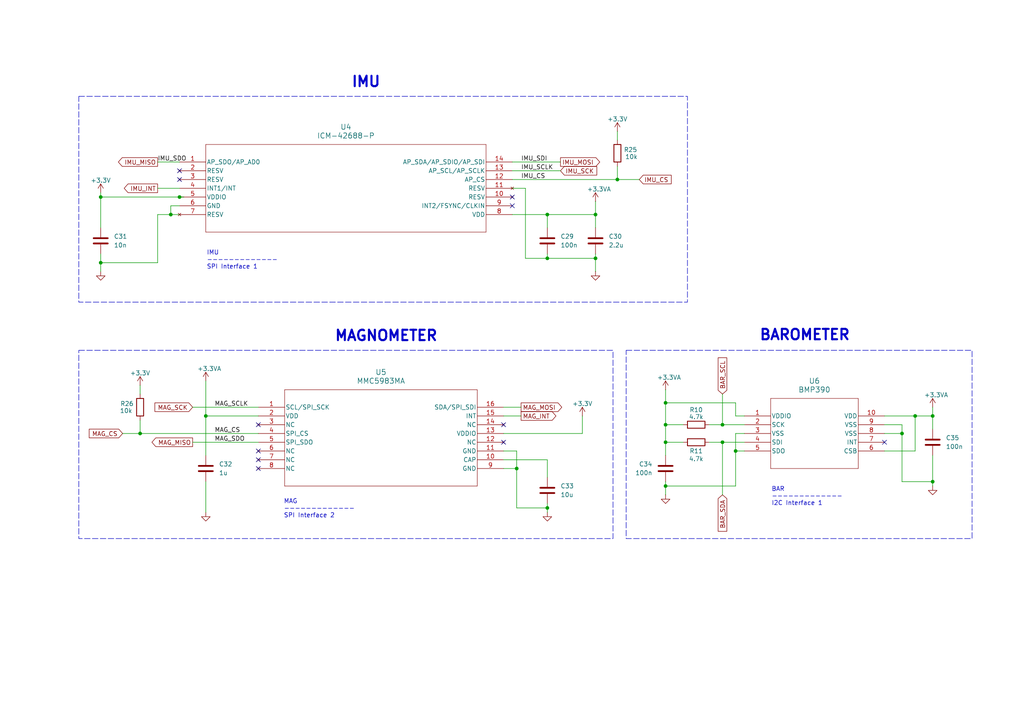
<source format=kicad_sch>
(kicad_sch
	(version 20250114)
	(generator "eeschema")
	(generator_version "9.0")
	(uuid "7cf6e196-55ac-4339-9316-a51abb134bab")
	(paper "A4")
	(lib_symbols
		(symbol "BMP390-import:BMP390"
			(pin_names
				(offset 0.254)
			)
			(exclude_from_sim no)
			(in_bom yes)
			(on_board yes)
			(property "Reference" "U"
				(at 20.32 10.16 0)
				(effects
					(font
						(size 1.524 1.524)
					)
				)
			)
			(property "Value" "BMP390"
				(at 20.32 7.62 0)
				(effects
					(font
						(size 1.524 1.524)
					)
				)
			)
			(property "Footprint" "10LGA_2X2X0p75_BOS"
				(at 0 0 0)
				(effects
					(font
						(size 1.27 1.27)
						(italic yes)
					)
					(hide yes)
				)
			)
			(property "Datasheet" "BMP390"
				(at 0 0 0)
				(effects
					(font
						(size 1.27 1.27)
						(italic yes)
					)
					(hide yes)
				)
			)
			(property "Description" ""
				(at 0 0 0)
				(effects
					(font
						(size 1.27 1.27)
					)
					(hide yes)
				)
			)
			(property "ki_locked" ""
				(at 0 0 0)
				(effects
					(font
						(size 1.27 1.27)
					)
				)
			)
			(property "ki_keywords" "BMP390"
				(at 0 0 0)
				(effects
					(font
						(size 1.27 1.27)
					)
					(hide yes)
				)
			)
			(property "ki_fp_filters" "10LGA_2X2X0p75_BOS 10LGA_2X2X0p75_BOS-M 10LGA_2X2X0p75_BOS-L"
				(at 0 0 0)
				(effects
					(font
						(size 1.27 1.27)
					)
					(hide yes)
				)
			)
			(symbol "BMP390_0_1"
				(polyline
					(pts
						(xy 7.62 5.08) (xy 7.62 -15.24)
					)
					(stroke
						(width 0.127)
						(type default)
					)
					(fill
						(type none)
					)
				)
				(polyline
					(pts
						(xy 7.62 -15.24) (xy 33.02 -15.24)
					)
					(stroke
						(width 0.127)
						(type default)
					)
					(fill
						(type none)
					)
				)
				(polyline
					(pts
						(xy 33.02 5.08) (xy 7.62 5.08)
					)
					(stroke
						(width 0.127)
						(type default)
					)
					(fill
						(type none)
					)
				)
				(polyline
					(pts
						(xy 33.02 -15.24) (xy 33.02 5.08)
					)
					(stroke
						(width 0.127)
						(type default)
					)
					(fill
						(type none)
					)
				)
				(pin power_in line
					(at 0 0 0)
					(length 7.62)
					(name "VDDIO"
						(effects
							(font
								(size 1.27 1.27)
							)
						)
					)
					(number "1"
						(effects
							(font
								(size 1.27 1.27)
							)
						)
					)
				)
				(pin input line
					(at 0 -2.54 0)
					(length 7.62)
					(name "SCK"
						(effects
							(font
								(size 1.27 1.27)
							)
						)
					)
					(number "2"
						(effects
							(font
								(size 1.27 1.27)
							)
						)
					)
				)
				(pin power_out line
					(at 0 -5.08 0)
					(length 7.62)
					(name "VSS"
						(effects
							(font
								(size 1.27 1.27)
							)
						)
					)
					(number "3"
						(effects
							(font
								(size 1.27 1.27)
							)
						)
					)
				)
				(pin bidirectional line
					(at 0 -7.62 0)
					(length 7.62)
					(name "SDI"
						(effects
							(font
								(size 1.27 1.27)
							)
						)
					)
					(number "4"
						(effects
							(font
								(size 1.27 1.27)
							)
						)
					)
				)
				(pin bidirectional line
					(at 0 -10.16 0)
					(length 7.62)
					(name "SDO"
						(effects
							(font
								(size 1.27 1.27)
							)
						)
					)
					(number "5"
						(effects
							(font
								(size 1.27 1.27)
							)
						)
					)
				)
				(pin power_in line
					(at 40.64 0 180)
					(length 7.62)
					(name "VDD"
						(effects
							(font
								(size 1.27 1.27)
							)
						)
					)
					(number "10"
						(effects
							(font
								(size 1.27 1.27)
							)
						)
					)
				)
				(pin power_out line
					(at 40.64 -2.54 180)
					(length 7.62)
					(name "VSS"
						(effects
							(font
								(size 1.27 1.27)
							)
						)
					)
					(number "9"
						(effects
							(font
								(size 1.27 1.27)
							)
						)
					)
				)
				(pin power_out line
					(at 40.64 -5.08 180)
					(length 7.62)
					(name "VSS"
						(effects
							(font
								(size 1.27 1.27)
							)
						)
					)
					(number "8"
						(effects
							(font
								(size 1.27 1.27)
							)
						)
					)
				)
				(pin input line
					(at 40.64 -7.62 180)
					(length 7.62)
					(name "INT"
						(effects
							(font
								(size 1.27 1.27)
							)
						)
					)
					(number "7"
						(effects
							(font
								(size 1.27 1.27)
							)
						)
					)
				)
				(pin input line
					(at 40.64 -10.16 180)
					(length 7.62)
					(name "CSB"
						(effects
							(font
								(size 1.27 1.27)
							)
						)
					)
					(number "6"
						(effects
							(font
								(size 1.27 1.27)
							)
						)
					)
				)
			)
			(embedded_fonts no)
		)
		(symbol "Device:C"
			(pin_numbers
				(hide yes)
			)
			(pin_names
				(offset 0.254)
			)
			(exclude_from_sim no)
			(in_bom yes)
			(on_board yes)
			(property "Reference" "C"
				(at 0.635 2.54 0)
				(effects
					(font
						(size 1.27 1.27)
					)
					(justify left)
				)
			)
			(property "Value" "C"
				(at 0.635 -2.54 0)
				(effects
					(font
						(size 1.27 1.27)
					)
					(justify left)
				)
			)
			(property "Footprint" ""
				(at 0.9652 -3.81 0)
				(effects
					(font
						(size 1.27 1.27)
					)
					(hide yes)
				)
			)
			(property "Datasheet" "~"
				(at 0 0 0)
				(effects
					(font
						(size 1.27 1.27)
					)
					(hide yes)
				)
			)
			(property "Description" "Unpolarized capacitor"
				(at 0 0 0)
				(effects
					(font
						(size 1.27 1.27)
					)
					(hide yes)
				)
			)
			(property "ki_keywords" "cap capacitor"
				(at 0 0 0)
				(effects
					(font
						(size 1.27 1.27)
					)
					(hide yes)
				)
			)
			(property "ki_fp_filters" "C_*"
				(at 0 0 0)
				(effects
					(font
						(size 1.27 1.27)
					)
					(hide yes)
				)
			)
			(symbol "C_0_1"
				(polyline
					(pts
						(xy -2.032 0.762) (xy 2.032 0.762)
					)
					(stroke
						(width 0.508)
						(type default)
					)
					(fill
						(type none)
					)
				)
				(polyline
					(pts
						(xy -2.032 -0.762) (xy 2.032 -0.762)
					)
					(stroke
						(width 0.508)
						(type default)
					)
					(fill
						(type none)
					)
				)
			)
			(symbol "C_1_1"
				(pin passive line
					(at 0 3.81 270)
					(length 2.794)
					(name "~"
						(effects
							(font
								(size 1.27 1.27)
							)
						)
					)
					(number "1"
						(effects
							(font
								(size 1.27 1.27)
							)
						)
					)
				)
				(pin passive line
					(at 0 -3.81 90)
					(length 2.794)
					(name "~"
						(effects
							(font
								(size 1.27 1.27)
							)
						)
					)
					(number "2"
						(effects
							(font
								(size 1.27 1.27)
							)
						)
					)
				)
			)
			(embedded_fonts no)
		)
		(symbol "Device:R"
			(pin_numbers
				(hide yes)
			)
			(pin_names
				(offset 0)
			)
			(exclude_from_sim no)
			(in_bom yes)
			(on_board yes)
			(property "Reference" "R"
				(at 2.032 0 90)
				(effects
					(font
						(size 1.27 1.27)
					)
				)
			)
			(property "Value" "R"
				(at 0 0 90)
				(effects
					(font
						(size 1.27 1.27)
					)
				)
			)
			(property "Footprint" ""
				(at -1.778 0 90)
				(effects
					(font
						(size 1.27 1.27)
					)
					(hide yes)
				)
			)
			(property "Datasheet" "~"
				(at 0 0 0)
				(effects
					(font
						(size 1.27 1.27)
					)
					(hide yes)
				)
			)
			(property "Description" "Resistor"
				(at 0 0 0)
				(effects
					(font
						(size 1.27 1.27)
					)
					(hide yes)
				)
			)
			(property "ki_keywords" "R res resistor"
				(at 0 0 0)
				(effects
					(font
						(size 1.27 1.27)
					)
					(hide yes)
				)
			)
			(property "ki_fp_filters" "R_*"
				(at 0 0 0)
				(effects
					(font
						(size 1.27 1.27)
					)
					(hide yes)
				)
			)
			(symbol "R_0_1"
				(rectangle
					(start -1.016 -2.54)
					(end 1.016 2.54)
					(stroke
						(width 0.254)
						(type default)
					)
					(fill
						(type none)
					)
				)
			)
			(symbol "R_1_1"
				(pin passive line
					(at 0 3.81 270)
					(length 1.27)
					(name "~"
						(effects
							(font
								(size 1.27 1.27)
							)
						)
					)
					(number "1"
						(effects
							(font
								(size 1.27 1.27)
							)
						)
					)
				)
				(pin passive line
					(at 0 -3.81 90)
					(length 1.27)
					(name "~"
						(effects
							(font
								(size 1.27 1.27)
							)
						)
					)
					(number "2"
						(effects
							(font
								(size 1.27 1.27)
							)
						)
					)
				)
			)
			(embedded_fonts no)
		)
		(symbol "ICM42688P-import:ICM-42688-P"
			(pin_names
				(offset 0.254)
			)
			(exclude_from_sim no)
			(in_bom yes)
			(on_board yes)
			(property "Reference" "U"
				(at 48.26 10.16 0)
				(effects
					(font
						(size 1.524 1.524)
					)
				)
			)
			(property "Value" "ICM-42688-P"
				(at 48.26 7.62 0)
				(effects
					(font
						(size 1.524 1.524)
					)
				)
			)
			(property "Footprint" "LGA14_2P5X3X0P91_TDK"
				(at 0 0 0)
				(effects
					(font
						(size 1.27 1.27)
						(italic yes)
					)
					(hide yes)
				)
			)
			(property "Datasheet" "ICM-42688-P"
				(at 0 0 0)
				(effects
					(font
						(size 1.27 1.27)
						(italic yes)
					)
					(hide yes)
				)
			)
			(property "Description" ""
				(at 0 0 0)
				(effects
					(font
						(size 1.27 1.27)
					)
					(hide yes)
				)
			)
			(property "ki_locked" ""
				(at 0 0 0)
				(effects
					(font
						(size 1.27 1.27)
					)
				)
			)
			(property "ki_keywords" "ICM-42688-P"
				(at 0 0 0)
				(effects
					(font
						(size 1.27 1.27)
					)
					(hide yes)
				)
			)
			(property "ki_fp_filters" "LGA14_2P5X3X0P91_TDK LGA14_2P5X3X0P91_TDK-M LGA14_2P5X3X0P91_TDK-L"
				(at 0 0 0)
				(effects
					(font
						(size 1.27 1.27)
					)
					(hide yes)
				)
			)
			(symbol "ICM-42688-P_0_1"
				(polyline
					(pts
						(xy 7.62 5.08) (xy 7.62 -20.32)
					)
					(stroke
						(width 0.127)
						(type default)
					)
					(fill
						(type none)
					)
				)
				(polyline
					(pts
						(xy 7.62 -20.32) (xy 88.9 -20.32)
					)
					(stroke
						(width 0.127)
						(type default)
					)
					(fill
						(type none)
					)
				)
				(polyline
					(pts
						(xy 88.9 5.08) (xy 7.62 5.08)
					)
					(stroke
						(width 0.127)
						(type default)
					)
					(fill
						(type none)
					)
				)
				(polyline
					(pts
						(xy 88.9 -20.32) (xy 88.9 5.08)
					)
					(stroke
						(width 0.127)
						(type default)
					)
					(fill
						(type none)
					)
				)
				(pin bidirectional line
					(at 0 0 0)
					(length 7.62)
					(name "AP_SDO/AP_AD0"
						(effects
							(font
								(size 1.27 1.27)
							)
						)
					)
					(number "1"
						(effects
							(font
								(size 1.27 1.27)
							)
						)
					)
				)
				(pin no_connect line
					(at 0 -2.54 0)
					(length 7.62)
					(name "RESV"
						(effects
							(font
								(size 1.27 1.27)
							)
						)
					)
					(number "2"
						(effects
							(font
								(size 1.27 1.27)
							)
						)
					)
				)
				(pin no_connect line
					(at 0 -5.08 0)
					(length 7.62)
					(name "RESV"
						(effects
							(font
								(size 1.27 1.27)
							)
						)
					)
					(number "3"
						(effects
							(font
								(size 1.27 1.27)
							)
						)
					)
				)
				(pin bidirectional line
					(at 0 -7.62 0)
					(length 7.62)
					(name "INT1/INT"
						(effects
							(font
								(size 1.27 1.27)
							)
						)
					)
					(number "4"
						(effects
							(font
								(size 1.27 1.27)
							)
						)
					)
				)
				(pin power_in line
					(at 0 -10.16 0)
					(length 7.62)
					(name "VDDIO"
						(effects
							(font
								(size 1.27 1.27)
							)
						)
					)
					(number "5"
						(effects
							(font
								(size 1.27 1.27)
							)
						)
					)
				)
				(pin power_out line
					(at 0 -12.7 0)
					(length 7.62)
					(name "GND"
						(effects
							(font
								(size 1.27 1.27)
							)
						)
					)
					(number "6"
						(effects
							(font
								(size 1.27 1.27)
							)
						)
					)
				)
				(pin no_connect line
					(at 0 -15.24 0)
					(length 7.62)
					(name "RESV"
						(effects
							(font
								(size 1.27 1.27)
							)
						)
					)
					(number "7"
						(effects
							(font
								(size 1.27 1.27)
							)
						)
					)
				)
				(pin unspecified line
					(at 96.52 0 180)
					(length 7.62)
					(name "AP_SDA/AP_SDIO/AP_SDI"
						(effects
							(font
								(size 1.27 1.27)
							)
						)
					)
					(number "14"
						(effects
							(font
								(size 1.27 1.27)
							)
						)
					)
				)
				(pin unspecified line
					(at 96.52 -2.54 180)
					(length 7.62)
					(name "AP_SCL/AP_SCLK"
						(effects
							(font
								(size 1.27 1.27)
							)
						)
					)
					(number "13"
						(effects
							(font
								(size 1.27 1.27)
							)
						)
					)
				)
				(pin unspecified line
					(at 96.52 -5.08 180)
					(length 7.62)
					(name "AP_CS"
						(effects
							(font
								(size 1.27 1.27)
							)
						)
					)
					(number "12"
						(effects
							(font
								(size 1.27 1.27)
							)
						)
					)
				)
				(pin no_connect line
					(at 96.52 -7.62 180)
					(length 7.62)
					(name "RESV"
						(effects
							(font
								(size 1.27 1.27)
							)
						)
					)
					(number "11"
						(effects
							(font
								(size 1.27 1.27)
							)
						)
					)
				)
				(pin no_connect line
					(at 96.52 -10.16 180)
					(length 7.62)
					(name "RESV"
						(effects
							(font
								(size 1.27 1.27)
							)
						)
					)
					(number "10"
						(effects
							(font
								(size 1.27 1.27)
							)
						)
					)
				)
				(pin bidirectional line
					(at 96.52 -12.7 180)
					(length 7.62)
					(name "INT2/FSYNC/CLKIN"
						(effects
							(font
								(size 1.27 1.27)
							)
						)
					)
					(number "9"
						(effects
							(font
								(size 1.27 1.27)
							)
						)
					)
				)
				(pin power_in line
					(at 96.52 -15.24 180)
					(length 7.62)
					(name "VDD"
						(effects
							(font
								(size 1.27 1.27)
							)
						)
					)
					(number "8"
						(effects
							(font
								(size 1.27 1.27)
							)
						)
					)
				)
			)
			(embedded_fonts no)
		)
		(symbol "MMC5983MA-import:MMC5983MA"
			(pin_names
				(offset 0.254)
			)
			(exclude_from_sim no)
			(in_bom yes)
			(on_board yes)
			(property "Reference" "U"
				(at 35.56 10.16 0)
				(effects
					(font
						(size 1.524 1.524)
					)
				)
			)
			(property "Value" "MMC5983MA"
				(at 35.56 7.62 0)
				(effects
					(font
						(size 1.524 1.524)
					)
				)
			)
			(property "Footprint" "MMC5983MA_MEM"
				(at 0 0 0)
				(effects
					(font
						(size 1.27 1.27)
						(italic yes)
					)
					(hide yes)
				)
			)
			(property "Datasheet" "MMC5983MA"
				(at 0 0 0)
				(effects
					(font
						(size 1.27 1.27)
						(italic yes)
					)
					(hide yes)
				)
			)
			(property "Description" ""
				(at 0 0 0)
				(effects
					(font
						(size 1.27 1.27)
					)
					(hide yes)
				)
			)
			(property "ki_locked" ""
				(at 0 0 0)
				(effects
					(font
						(size 1.27 1.27)
					)
				)
			)
			(property "ki_keywords" "MMC5983MA"
				(at 0 0 0)
				(effects
					(font
						(size 1.27 1.27)
					)
					(hide yes)
				)
			)
			(property "ki_fp_filters" "MMC5983MA_MEM"
				(at 0 0 0)
				(effects
					(font
						(size 1.27 1.27)
					)
					(hide yes)
				)
			)
			(symbol "MMC5983MA_0_1"
				(polyline
					(pts
						(xy 7.62 5.08) (xy 7.62 -22.86)
					)
					(stroke
						(width 0.127)
						(type default)
					)
					(fill
						(type none)
					)
				)
				(polyline
					(pts
						(xy 7.62 -22.86) (xy 63.5 -22.86)
					)
					(stroke
						(width 0.127)
						(type default)
					)
					(fill
						(type none)
					)
				)
				(polyline
					(pts
						(xy 63.5 5.08) (xy 7.62 5.08)
					)
					(stroke
						(width 0.127)
						(type default)
					)
					(fill
						(type none)
					)
				)
				(polyline
					(pts
						(xy 63.5 -22.86) (xy 63.5 5.08)
					)
					(stroke
						(width 0.127)
						(type default)
					)
					(fill
						(type none)
					)
				)
				(pin input line
					(at 0 0 0)
					(length 7.62)
					(name "SCL/SPI_SCK"
						(effects
							(font
								(size 1.27 1.27)
							)
						)
					)
					(number "1"
						(effects
							(font
								(size 1.27 1.27)
							)
						)
					)
				)
				(pin power_in line
					(at 0 -2.54 0)
					(length 7.62)
					(name "VDD"
						(effects
							(font
								(size 1.27 1.27)
							)
						)
					)
					(number "2"
						(effects
							(font
								(size 1.27 1.27)
							)
						)
					)
				)
				(pin no_connect line
					(at 0 -5.08 0)
					(length 7.62)
					(name "NC"
						(effects
							(font
								(size 1.27 1.27)
							)
						)
					)
					(number "3"
						(effects
							(font
								(size 1.27 1.27)
							)
						)
					)
				)
				(pin input line
					(at 0 -7.62 0)
					(length 7.62)
					(name "SPI_CS"
						(effects
							(font
								(size 1.27 1.27)
							)
						)
					)
					(number "4"
						(effects
							(font
								(size 1.27 1.27)
							)
						)
					)
				)
				(pin output line
					(at 0 -10.16 0)
					(length 7.62)
					(name "SPI_SDO"
						(effects
							(font
								(size 1.27 1.27)
							)
						)
					)
					(number "5"
						(effects
							(font
								(size 1.27 1.27)
							)
						)
					)
				)
				(pin no_connect line
					(at 0 -12.7 0)
					(length 7.62)
					(name "NC"
						(effects
							(font
								(size 1.27 1.27)
							)
						)
					)
					(number "6"
						(effects
							(font
								(size 1.27 1.27)
							)
						)
					)
				)
				(pin no_connect line
					(at 0 -15.24 0)
					(length 7.62)
					(name "NC"
						(effects
							(font
								(size 1.27 1.27)
							)
						)
					)
					(number "7"
						(effects
							(font
								(size 1.27 1.27)
							)
						)
					)
				)
				(pin no_connect line
					(at 0 -17.78 0)
					(length 7.62)
					(name "NC"
						(effects
							(font
								(size 1.27 1.27)
							)
						)
					)
					(number "8"
						(effects
							(font
								(size 1.27 1.27)
							)
						)
					)
				)
				(pin bidirectional line
					(at 71.12 0 180)
					(length 7.62)
					(name "SDA/SPI_SDI"
						(effects
							(font
								(size 1.27 1.27)
							)
						)
					)
					(number "16"
						(effects
							(font
								(size 1.27 1.27)
							)
						)
					)
				)
				(pin output line
					(at 71.12 -2.54 180)
					(length 7.62)
					(name "INT"
						(effects
							(font
								(size 1.27 1.27)
							)
						)
					)
					(number "15"
						(effects
							(font
								(size 1.27 1.27)
							)
						)
					)
				)
				(pin no_connect line
					(at 71.12 -5.08 180)
					(length 7.62)
					(name "NC"
						(effects
							(font
								(size 1.27 1.27)
							)
						)
					)
					(number "14"
						(effects
							(font
								(size 1.27 1.27)
							)
						)
					)
				)
				(pin power_in line
					(at 71.12 -7.62 180)
					(length 7.62)
					(name "VDDIO"
						(effects
							(font
								(size 1.27 1.27)
							)
						)
					)
					(number "13"
						(effects
							(font
								(size 1.27 1.27)
							)
						)
					)
				)
				(pin no_connect line
					(at 71.12 -10.16 180)
					(length 7.62)
					(name "NC"
						(effects
							(font
								(size 1.27 1.27)
							)
						)
					)
					(number "12"
						(effects
							(font
								(size 1.27 1.27)
							)
						)
					)
				)
				(pin power_out line
					(at 71.12 -12.7 180)
					(length 7.62)
					(name "GND"
						(effects
							(font
								(size 1.27 1.27)
							)
						)
					)
					(number "11"
						(effects
							(font
								(size 1.27 1.27)
							)
						)
					)
				)
				(pin power_in line
					(at 71.12 -15.24 180)
					(length 7.62)
					(name "CAP"
						(effects
							(font
								(size 1.27 1.27)
							)
						)
					)
					(number "10"
						(effects
							(font
								(size 1.27 1.27)
							)
						)
					)
				)
				(pin power_out line
					(at 71.12 -17.78 180)
					(length 7.62)
					(name "GND"
						(effects
							(font
								(size 1.27 1.27)
							)
						)
					)
					(number "9"
						(effects
							(font
								(size 1.27 1.27)
							)
						)
					)
				)
			)
			(embedded_fonts no)
		)
		(symbol "power:+3.3V"
			(power)
			(pin_numbers
				(hide yes)
			)
			(pin_names
				(offset 0)
				(hide yes)
			)
			(exclude_from_sim no)
			(in_bom yes)
			(on_board yes)
			(property "Reference" "#PWR"
				(at 0 -3.81 0)
				(effects
					(font
						(size 1.27 1.27)
					)
					(hide yes)
				)
			)
			(property "Value" "+3.3V"
				(at 0 3.556 0)
				(effects
					(font
						(size 1.27 1.27)
					)
				)
			)
			(property "Footprint" ""
				(at 0 0 0)
				(effects
					(font
						(size 1.27 1.27)
					)
					(hide yes)
				)
			)
			(property "Datasheet" ""
				(at 0 0 0)
				(effects
					(font
						(size 1.27 1.27)
					)
					(hide yes)
				)
			)
			(property "Description" "Power symbol creates a global label with name \"+3.3V\""
				(at 0 0 0)
				(effects
					(font
						(size 1.27 1.27)
					)
					(hide yes)
				)
			)
			(property "ki_keywords" "global power"
				(at 0 0 0)
				(effects
					(font
						(size 1.27 1.27)
					)
					(hide yes)
				)
			)
			(symbol "+3.3V_0_1"
				(polyline
					(pts
						(xy -0.762 1.27) (xy 0 2.54)
					)
					(stroke
						(width 0)
						(type default)
					)
					(fill
						(type none)
					)
				)
				(polyline
					(pts
						(xy 0 2.54) (xy 0.762 1.27)
					)
					(stroke
						(width 0)
						(type default)
					)
					(fill
						(type none)
					)
				)
				(polyline
					(pts
						(xy 0 0) (xy 0 2.54)
					)
					(stroke
						(width 0)
						(type default)
					)
					(fill
						(type none)
					)
				)
			)
			(symbol "+3.3V_1_1"
				(pin power_in line
					(at 0 0 90)
					(length 0)
					(name "~"
						(effects
							(font
								(size 1.27 1.27)
							)
						)
					)
					(number "1"
						(effects
							(font
								(size 1.27 1.27)
							)
						)
					)
				)
			)
			(embedded_fonts no)
		)
		(symbol "power:+3.3VA"
			(power)
			(pin_numbers
				(hide yes)
			)
			(pin_names
				(offset 0)
				(hide yes)
			)
			(exclude_from_sim no)
			(in_bom yes)
			(on_board yes)
			(property "Reference" "#PWR"
				(at 0 -3.81 0)
				(effects
					(font
						(size 1.27 1.27)
					)
					(hide yes)
				)
			)
			(property "Value" "+3.3VA"
				(at 0 3.556 0)
				(effects
					(font
						(size 1.27 1.27)
					)
				)
			)
			(property "Footprint" ""
				(at 0 0 0)
				(effects
					(font
						(size 1.27 1.27)
					)
					(hide yes)
				)
			)
			(property "Datasheet" ""
				(at 0 0 0)
				(effects
					(font
						(size 1.27 1.27)
					)
					(hide yes)
				)
			)
			(property "Description" "Power symbol creates a global label with name \"+3.3VA\""
				(at 0 0 0)
				(effects
					(font
						(size 1.27 1.27)
					)
					(hide yes)
				)
			)
			(property "ki_keywords" "global power"
				(at 0 0 0)
				(effects
					(font
						(size 1.27 1.27)
					)
					(hide yes)
				)
			)
			(symbol "+3.3VA_0_1"
				(polyline
					(pts
						(xy -0.762 1.27) (xy 0 2.54)
					)
					(stroke
						(width 0)
						(type default)
					)
					(fill
						(type none)
					)
				)
				(polyline
					(pts
						(xy 0 2.54) (xy 0.762 1.27)
					)
					(stroke
						(width 0)
						(type default)
					)
					(fill
						(type none)
					)
				)
				(polyline
					(pts
						(xy 0 0) (xy 0 2.54)
					)
					(stroke
						(width 0)
						(type default)
					)
					(fill
						(type none)
					)
				)
			)
			(symbol "+3.3VA_1_1"
				(pin power_in line
					(at 0 0 90)
					(length 0)
					(name "~"
						(effects
							(font
								(size 1.27 1.27)
							)
						)
					)
					(number "1"
						(effects
							(font
								(size 1.27 1.27)
							)
						)
					)
				)
			)
			(embedded_fonts no)
		)
		(symbol "power:GND"
			(power)
			(pin_numbers
				(hide yes)
			)
			(pin_names
				(offset 0)
				(hide yes)
			)
			(exclude_from_sim no)
			(in_bom yes)
			(on_board yes)
			(property "Reference" "#PWR"
				(at 0 -6.35 0)
				(effects
					(font
						(size 1.27 1.27)
					)
					(hide yes)
				)
			)
			(property "Value" "GND"
				(at 0 -3.81 0)
				(effects
					(font
						(size 1.27 1.27)
					)
				)
			)
			(property "Footprint" ""
				(at 0 0 0)
				(effects
					(font
						(size 1.27 1.27)
					)
					(hide yes)
				)
			)
			(property "Datasheet" ""
				(at 0 0 0)
				(effects
					(font
						(size 1.27 1.27)
					)
					(hide yes)
				)
			)
			(property "Description" "Power symbol creates a global label with name \"GND\" , ground"
				(at 0 0 0)
				(effects
					(font
						(size 1.27 1.27)
					)
					(hide yes)
				)
			)
			(property "ki_keywords" "global power"
				(at 0 0 0)
				(effects
					(font
						(size 1.27 1.27)
					)
					(hide yes)
				)
			)
			(symbol "GND_0_1"
				(polyline
					(pts
						(xy 0 0) (xy 0 -1.27) (xy 1.27 -1.27) (xy 0 -2.54) (xy -1.27 -1.27) (xy 0 -1.27)
					)
					(stroke
						(width 0)
						(type default)
					)
					(fill
						(type none)
					)
				)
			)
			(symbol "GND_1_1"
				(pin power_in line
					(at 0 0 270)
					(length 0)
					(name "~"
						(effects
							(font
								(size 1.27 1.27)
							)
						)
					)
					(number "1"
						(effects
							(font
								(size 1.27 1.27)
							)
						)
					)
				)
			)
			(embedded_fonts no)
		)
	)
	(rectangle
		(start 22.86 27.94)
		(end 199.39 87.63)
		(stroke
			(width 0)
			(type dash)
		)
		(fill
			(type none)
		)
		(uuid 6a4ff2d4-aac4-4080-8c01-58f998184300)
	)
	(rectangle
		(start 181.61 101.6)
		(end 281.94 156.21)
		(stroke
			(width 0)
			(type dash)
		)
		(fill
			(type none)
		)
		(uuid 6c3fc0c6-d66d-454f-a015-b65b8f7b6bab)
	)
	(rectangle
		(start 22.86 101.6)
		(end 177.8 156.21)
		(stroke
			(width 0)
			(type dash)
		)
		(fill
			(type none)
		)
		(uuid ba1f8334-614c-41cf-bb7e-e06421ed8ef6)
	)
	(text "BAR\n-------------\nI2C Interface 1"
		(exclude_from_sim no)
		(at 223.774 144.018 0)
		(effects
			(font
				(size 1.27 1.27)
			)
			(justify left)
		)
		(uuid "031db540-dd47-4c26-8514-0e8568216fc3")
	)
	(text "MAGNOMETER"
		(exclude_from_sim no)
		(at 112.014 97.536 0)
		(effects
			(font
				(size 3 3)
				(thickness 0.6)
				(bold yes)
			)
		)
		(uuid "1c317bb3-5288-49a6-8de3-3ce31708a0ec")
	)
	(text "IMU\n-------------\nSPI Interface 1"
		(exclude_from_sim no)
		(at 59.944 75.438 0)
		(effects
			(font
				(size 1.27 1.27)
			)
			(justify left)
		)
		(uuid "2bfc0cb6-c5f2-4e64-8bcd-fbecd13f77a6")
	)
	(text "MAG\n-------------\nSPI Interface 2\n"
		(exclude_from_sim no)
		(at 82.296 147.574 0)
		(effects
			(font
				(size 1.27 1.27)
			)
			(justify left)
		)
		(uuid "618d924b-d49a-4d4c-9ae7-bdd0b3fe60df")
	)
	(text "BAROMETER"
		(exclude_from_sim no)
		(at 233.426 97.282 0)
		(effects
			(font
				(size 3 3)
				(thickness 0.6)
				(bold yes)
			)
		)
		(uuid "8e08af41-6c5d-4cbb-b24e-55704e99bfbe")
	)
	(text "IMU\n"
		(exclude_from_sim no)
		(at 106.172 23.876 0)
		(effects
			(font
				(size 3 3)
				(thickness 0.6)
				(bold yes)
			)
		)
		(uuid "e795df59-29e4-4537-beb0-589281e71fb5")
	)
	(junction
		(at 270.51 139.7)
		(diameter 0)
		(color 0 0 0 0)
		(uuid "00c2e0c0-73c0-4178-9eb6-28aa1768ec1e")
	)
	(junction
		(at 213.36 130.81)
		(diameter 0)
		(color 0 0 0 0)
		(uuid "076876a7-e4a2-464b-8f84-a4db5f1f4eeb")
	)
	(junction
		(at 158.75 147.32)
		(diameter 0)
		(color 0 0 0 0)
		(uuid "09364f1a-a990-4d97-88c5-abb6fccb3291")
	)
	(junction
		(at 29.21 57.15)
		(diameter 0)
		(color 0 0 0 0)
		(uuid "0dde7d62-7ad1-4998-8b71-d460c1b420df")
	)
	(junction
		(at 40.64 125.73)
		(diameter 0)
		(color 0 0 0 0)
		(uuid "31073fec-ea9f-48db-ad2e-80e0dc7921b0")
	)
	(junction
		(at 209.55 123.19)
		(diameter 0)
		(color 0 0 0 0)
		(uuid "44fca188-2aec-4ca2-8dc9-461880eeeab2")
	)
	(junction
		(at 158.75 62.23)
		(diameter 0)
		(color 0 0 0 0)
		(uuid "45b2401d-0865-4668-969a-f6c54d7c3645")
	)
	(junction
		(at 265.43 120.65)
		(diameter 0)
		(color 0 0 0 0)
		(uuid "4abb2a53-e89d-4c9e-ab29-41da717c855e")
	)
	(junction
		(at 149.86 135.89)
		(diameter 0)
		(color 0 0 0 0)
		(uuid "4f1b7bf6-4a50-4af3-8e8d-ece7b06758ec")
	)
	(junction
		(at 193.04 140.97)
		(diameter 0)
		(color 0 0 0 0)
		(uuid "559e9b16-b63c-4546-9177-41d3e40bdd5f")
	)
	(junction
		(at 209.55 128.27)
		(diameter 0)
		(color 0 0 0 0)
		(uuid "55bf4679-1775-48ab-9cc1-c8157da36c85")
	)
	(junction
		(at 193.04 123.19)
		(diameter 0)
		(color 0 0 0 0)
		(uuid "68a35256-0890-4a0a-825b-383ec400438c")
	)
	(junction
		(at 52.07 57.15)
		(diameter 0)
		(color 0 0 0 0)
		(uuid "6d17f702-b9c8-49f1-8c3d-91d2b9c253ab")
	)
	(junction
		(at 261.62 125.73)
		(diameter 0)
		(color 0 0 0 0)
		(uuid "79784cca-4db3-42f9-ab02-8a8165597363")
	)
	(junction
		(at 172.72 62.23)
		(diameter 0)
		(color 0 0 0 0)
		(uuid "7978bcf8-5027-453b-b719-32a4c47f5299")
	)
	(junction
		(at 29.21 76.2)
		(diameter 0)
		(color 0 0 0 0)
		(uuid "7f6cc98e-9df2-4629-aa7f-2425e891bde8")
	)
	(junction
		(at 158.75 74.93)
		(diameter 0)
		(color 0 0 0 0)
		(uuid "96408bef-43b8-465c-bf57-fdeb4c139ae3")
	)
	(junction
		(at 270.51 120.65)
		(diameter 0)
		(color 0 0 0 0)
		(uuid "a5d141f1-ffad-46f5-8250-ce6a8a3d126d")
	)
	(junction
		(at 193.04 128.27)
		(diameter 0)
		(color 0 0 0 0)
		(uuid "a76211c0-a3d3-454f-b826-360a1d8eaf6a")
	)
	(junction
		(at 59.69 120.65)
		(diameter 0)
		(color 0 0 0 0)
		(uuid "aff7f5d4-0888-4c00-8adc-2a77464f644f")
	)
	(junction
		(at 193.04 116.84)
		(diameter 0)
		(color 0 0 0 0)
		(uuid "b2bc5111-783c-4cb9-8e14-18d959a8ffc7")
	)
	(junction
		(at 172.72 74.93)
		(diameter 0)
		(color 0 0 0 0)
		(uuid "c6135974-df95-4b98-8658-2307fcddaf19")
	)
	(junction
		(at 49.53 62.23)
		(diameter 0)
		(color 0 0 0 0)
		(uuid "c88faa03-2097-4e40-8208-45f9d63ee7d0")
	)
	(junction
		(at 179.07 52.07)
		(diameter 0)
		(color 0 0 0 0)
		(uuid "cc202bac-6804-4f3c-b005-8a91abacd3be")
	)
	(no_connect
		(at 146.05 123.19)
		(uuid "1dfe7b32-13cd-4219-8d84-109d8acce8cd")
	)
	(no_connect
		(at 148.59 57.15)
		(uuid "3038b497-fd64-4879-a4e0-438bfded40a6")
	)
	(no_connect
		(at 146.05 128.27)
		(uuid "39e9358e-a012-441f-9234-4ae30d70e1dd")
	)
	(no_connect
		(at 74.93 130.81)
		(uuid "691dc0a8-8477-4c40-9b55-cdd90d32eefd")
	)
	(no_connect
		(at 74.93 123.19)
		(uuid "73e93693-de45-464e-b6e4-c41fef614924")
	)
	(no_connect
		(at 52.07 52.07)
		(uuid "8015da04-3dc9-4602-89f2-06acfccd7780")
	)
	(no_connect
		(at 256.54 128.27)
		(uuid "997d1e1f-1578-45c4-bb59-fcc7e12736e4")
	)
	(no_connect
		(at 52.07 49.53)
		(uuid "abe91e99-4ef7-4c75-b57d-894d85af0e59")
	)
	(no_connect
		(at 74.93 133.35)
		(uuid "ae0dca48-8e4e-4e45-8d8c-55b59232500b")
	)
	(no_connect
		(at 74.93 135.89)
		(uuid "afe6c1d7-03cf-4fa3-82f1-eb22479c9dbc")
	)
	(no_connect
		(at 148.59 59.69)
		(uuid "f9218169-5c4b-4b3f-8a10-e3167ef9911f")
	)
	(wire
		(pts
			(xy 158.75 62.23) (xy 158.75 66.04)
		)
		(stroke
			(width 0)
			(type default)
		)
		(uuid "01fe3158-cb19-485d-aba6-7489219920ef")
	)
	(wire
		(pts
			(xy 193.04 140.97) (xy 193.04 143.51)
		)
		(stroke
			(width 0)
			(type default)
		)
		(uuid "032c876a-2e34-4513-83e3-0f67efdd44e3")
	)
	(wire
		(pts
			(xy 148.59 49.53) (xy 162.56 49.53)
		)
		(stroke
			(width 0)
			(type default)
		)
		(uuid "050a1806-84b0-4483-8fa1-d229c0ecaa50")
	)
	(wire
		(pts
			(xy 45.72 54.61) (xy 52.07 54.61)
		)
		(stroke
			(width 0)
			(type default)
		)
		(uuid "0888f3ec-1baf-438c-a86c-8db4db0b1dcd")
	)
	(wire
		(pts
			(xy 193.04 128.27) (xy 198.12 128.27)
		)
		(stroke
			(width 0)
			(type default)
		)
		(uuid "1375ceda-77ed-467e-9442-93a2b5999d44")
	)
	(wire
		(pts
			(xy 149.86 135.89) (xy 149.86 147.32)
		)
		(stroke
			(width 0)
			(type default)
		)
		(uuid "139f7381-fdc4-47b3-9064-a80b8457acd6")
	)
	(wire
		(pts
			(xy 193.04 128.27) (xy 193.04 132.08)
		)
		(stroke
			(width 0)
			(type default)
		)
		(uuid "196c555a-b1f0-4781-807e-7334b696b7bf")
	)
	(wire
		(pts
			(xy 172.72 74.93) (xy 172.72 78.74)
		)
		(stroke
			(width 0)
			(type default)
		)
		(uuid "1b95eb84-8e91-4d38-91fd-b4e70e4d6097")
	)
	(wire
		(pts
			(xy 205.74 128.27) (xy 209.55 128.27)
		)
		(stroke
			(width 0)
			(type default)
		)
		(uuid "1fd1e7ed-84f1-4ff7-81a1-77897de31cc8")
	)
	(wire
		(pts
			(xy 45.72 62.23) (xy 45.72 76.2)
		)
		(stroke
			(width 0)
			(type default)
		)
		(uuid "23287be0-98bd-4268-a14b-ca3382e2971f")
	)
	(wire
		(pts
			(xy 215.9 125.73) (xy 213.36 125.73)
		)
		(stroke
			(width 0)
			(type default)
		)
		(uuid "24357605-ea0c-4f2b-99a7-02615e1aef44")
	)
	(wire
		(pts
			(xy 179.07 52.07) (xy 179.07 48.26)
		)
		(stroke
			(width 0)
			(type default)
		)
		(uuid "26523b14-146a-4029-a1b9-780f607a357f")
	)
	(wire
		(pts
			(xy 270.51 120.65) (xy 265.43 120.65)
		)
		(stroke
			(width 0)
			(type default)
		)
		(uuid "27a0cb89-cbab-46ce-952a-fabcb62672a8")
	)
	(wire
		(pts
			(xy 149.86 130.81) (xy 146.05 130.81)
		)
		(stroke
			(width 0)
			(type default)
		)
		(uuid "2910f3c5-f478-4b92-90d7-81dbb5c06dff")
	)
	(wire
		(pts
			(xy 148.59 54.61) (xy 152.4 54.61)
		)
		(stroke
			(width 0)
			(type default)
		)
		(uuid "2a88b79c-9ac2-4a6f-a5e5-437625be239e")
	)
	(wire
		(pts
			(xy 256.54 130.81) (xy 265.43 130.81)
		)
		(stroke
			(width 0)
			(type default)
		)
		(uuid "2b85b0b7-b016-439c-a511-a15c9f865097")
	)
	(wire
		(pts
			(xy 209.55 114.3) (xy 209.55 123.19)
		)
		(stroke
			(width 0)
			(type default)
		)
		(uuid "2c71c2a2-b781-40f2-8cc7-3baaac4d0cf3")
	)
	(wire
		(pts
			(xy 45.72 46.99) (xy 52.07 46.99)
		)
		(stroke
			(width 0)
			(type default)
		)
		(uuid "2d1c6b74-cb1b-4794-870e-77bb03a67bf8")
	)
	(wire
		(pts
			(xy 59.69 110.49) (xy 59.69 120.65)
		)
		(stroke
			(width 0)
			(type default)
		)
		(uuid "2f115db1-deb9-4c00-834c-ddc5d4721e78")
	)
	(wire
		(pts
			(xy 40.64 111.76) (xy 40.64 114.3)
		)
		(stroke
			(width 0)
			(type default)
		)
		(uuid "36081276-56c1-4bcc-92f5-d23262a48e92")
	)
	(wire
		(pts
			(xy 49.53 59.69) (xy 49.53 62.23)
		)
		(stroke
			(width 0)
			(type default)
		)
		(uuid "3740a9bb-1ee6-43b2-beb5-9d8ebfc20bfc")
	)
	(wire
		(pts
			(xy 158.75 147.32) (xy 158.75 148.59)
		)
		(stroke
			(width 0)
			(type default)
		)
		(uuid "3a2f68d4-3b72-4848-abaf-a9dbbc37782f")
	)
	(wire
		(pts
			(xy 152.4 54.61) (xy 152.4 74.93)
		)
		(stroke
			(width 0)
			(type default)
		)
		(uuid "3c1da746-6d3a-48b5-8271-3a9b1920fa8f")
	)
	(wire
		(pts
			(xy 265.43 130.81) (xy 265.43 120.65)
		)
		(stroke
			(width 0)
			(type default)
		)
		(uuid "4107c8a7-5de0-4e2b-b6bb-f36499016ae0")
	)
	(wire
		(pts
			(xy 45.72 62.23) (xy 49.53 62.23)
		)
		(stroke
			(width 0)
			(type default)
		)
		(uuid "46b4a0b7-50a6-4eff-a6bf-8571bfd84e20")
	)
	(wire
		(pts
			(xy 213.36 125.73) (xy 213.36 130.81)
		)
		(stroke
			(width 0)
			(type default)
		)
		(uuid "4ec149f7-ab25-4eca-aa82-ef55694e1779")
	)
	(wire
		(pts
			(xy 270.51 132.08) (xy 270.51 139.7)
		)
		(stroke
			(width 0)
			(type default)
		)
		(uuid "5c551deb-841b-41bb-be19-47cfd4b249e8")
	)
	(wire
		(pts
			(xy 179.07 52.07) (xy 185.42 52.07)
		)
		(stroke
			(width 0)
			(type default)
		)
		(uuid "5f18fd6e-9a76-4fae-838b-c173e2a701a4")
	)
	(wire
		(pts
			(xy 146.05 133.35) (xy 158.75 133.35)
		)
		(stroke
			(width 0)
			(type default)
		)
		(uuid "6395e636-8e01-4371-966a-3ae9d4acbe0b")
	)
	(wire
		(pts
			(xy 152.4 74.93) (xy 158.75 74.93)
		)
		(stroke
			(width 0)
			(type default)
		)
		(uuid "63d54c64-86a7-4dde-a922-b42ff93da54e")
	)
	(wire
		(pts
			(xy 205.74 123.19) (xy 209.55 123.19)
		)
		(stroke
			(width 0)
			(type default)
		)
		(uuid "6f3a6c5a-fe4b-4763-b041-4c0520546da1")
	)
	(wire
		(pts
			(xy 149.86 135.89) (xy 149.86 130.81)
		)
		(stroke
			(width 0)
			(type default)
		)
		(uuid "6fe2758c-9465-42fa-a689-99592f85f69d")
	)
	(wire
		(pts
			(xy 270.51 139.7) (xy 270.51 140.97)
		)
		(stroke
			(width 0)
			(type default)
		)
		(uuid "735f630d-cd56-4a3a-b988-d6ac07941045")
	)
	(wire
		(pts
			(xy 146.05 118.11) (xy 151.13 118.11)
		)
		(stroke
			(width 0)
			(type default)
		)
		(uuid "758931ab-2a3d-4629-8574-133df1a8d274")
	)
	(wire
		(pts
			(xy 209.55 123.19) (xy 215.9 123.19)
		)
		(stroke
			(width 0)
			(type default)
		)
		(uuid "7f4ff3e6-4d79-409c-9f50-07d39b13c0e8")
	)
	(wire
		(pts
			(xy 213.36 116.84) (xy 213.36 120.65)
		)
		(stroke
			(width 0)
			(type default)
		)
		(uuid "81c4082e-f832-47ca-b31d-8ba5fbeb0e51")
	)
	(wire
		(pts
			(xy 193.04 123.19) (xy 193.04 128.27)
		)
		(stroke
			(width 0)
			(type default)
		)
		(uuid "83c6eae8-2d77-4b87-80fd-5a2c842c6f20")
	)
	(wire
		(pts
			(xy 209.55 128.27) (xy 215.9 128.27)
		)
		(stroke
			(width 0)
			(type default)
		)
		(uuid "84aef630-3a4f-43ea-b753-a0a65fb4cf57")
	)
	(wire
		(pts
			(xy 193.04 116.84) (xy 193.04 123.19)
		)
		(stroke
			(width 0)
			(type default)
		)
		(uuid "88990ae2-7812-4b82-945f-6bb2381d28c3")
	)
	(wire
		(pts
			(xy 158.75 146.05) (xy 158.75 147.32)
		)
		(stroke
			(width 0)
			(type default)
		)
		(uuid "8b253e83-ea85-4e62-9f6b-46632a63288f")
	)
	(wire
		(pts
			(xy 158.75 133.35) (xy 158.75 138.43)
		)
		(stroke
			(width 0)
			(type default)
		)
		(uuid "8dcfa398-dde2-4d8c-baeb-17f2f4491dca")
	)
	(wire
		(pts
			(xy 29.21 55.88) (xy 29.21 57.15)
		)
		(stroke
			(width 0)
			(type default)
		)
		(uuid "8ea00348-8439-4e91-b298-1dff3f6cf035")
	)
	(wire
		(pts
			(xy 40.64 125.73) (xy 40.64 121.92)
		)
		(stroke
			(width 0)
			(type default)
		)
		(uuid "8fdce545-1c24-4e98-8c89-846c75cbae0a")
	)
	(wire
		(pts
			(xy 29.21 57.15) (xy 29.21 66.04)
		)
		(stroke
			(width 0)
			(type default)
		)
		(uuid "978785ab-903e-4374-80dc-db8bc3599ef5")
	)
	(wire
		(pts
			(xy 172.72 62.23) (xy 172.72 66.04)
		)
		(stroke
			(width 0)
			(type default)
		)
		(uuid "9ba86343-cdb0-4ca3-96fd-993768fb657f")
	)
	(wire
		(pts
			(xy 40.64 125.73) (xy 74.93 125.73)
		)
		(stroke
			(width 0)
			(type default)
		)
		(uuid "9d93d13d-8aef-48de-917a-5583b8b6d0bf")
	)
	(wire
		(pts
			(xy 59.69 120.65) (xy 59.69 132.08)
		)
		(stroke
			(width 0)
			(type default)
		)
		(uuid "a57623ac-dfb1-470e-b2e6-dafe7161f8c7")
	)
	(wire
		(pts
			(xy 148.59 62.23) (xy 158.75 62.23)
		)
		(stroke
			(width 0)
			(type default)
		)
		(uuid "a61e4058-4e30-4d28-a913-ab02bbd92756")
	)
	(wire
		(pts
			(xy 193.04 116.84) (xy 213.36 116.84)
		)
		(stroke
			(width 0)
			(type default)
		)
		(uuid "a84990f9-3e3d-438f-8ef8-b76878bc451b")
	)
	(wire
		(pts
			(xy 193.04 139.7) (xy 193.04 140.97)
		)
		(stroke
			(width 0)
			(type default)
		)
		(uuid "ab9bda1a-728b-40db-92e3-046263e441c3")
	)
	(wire
		(pts
			(xy 213.36 130.81) (xy 213.36 140.97)
		)
		(stroke
			(width 0)
			(type default)
		)
		(uuid "ad5ad591-cf31-46d7-8559-cd79e1ce59cd")
	)
	(wire
		(pts
			(xy 261.62 139.7) (xy 270.51 139.7)
		)
		(stroke
			(width 0)
			(type default)
		)
		(uuid "ae66181b-0ea6-4a00-b443-1d8e7ee54917")
	)
	(wire
		(pts
			(xy 59.69 139.7) (xy 59.69 148.59)
		)
		(stroke
			(width 0)
			(type default)
		)
		(uuid "b413f0d2-cb30-4a04-bf80-857737bc816e")
	)
	(wire
		(pts
			(xy 179.07 38.1) (xy 179.07 40.64)
		)
		(stroke
			(width 0)
			(type default)
		)
		(uuid "b4cd09f9-c250-464f-a78e-46b51d75fbfe")
	)
	(wire
		(pts
			(xy 146.05 125.73) (xy 168.91 125.73)
		)
		(stroke
			(width 0)
			(type default)
		)
		(uuid "b894be78-f213-47ae-b84f-1e55e6a32684")
	)
	(wire
		(pts
			(xy 172.72 73.66) (xy 172.72 74.93)
		)
		(stroke
			(width 0)
			(type default)
		)
		(uuid "baf447ad-c8e7-425a-ae8c-8c8fe12b821d")
	)
	(wire
		(pts
			(xy 256.54 125.73) (xy 261.62 125.73)
		)
		(stroke
			(width 0)
			(type default)
		)
		(uuid "bb95a45d-190f-4841-aa88-9bbd573029ee")
	)
	(wire
		(pts
			(xy 270.51 124.46) (xy 270.51 120.65)
		)
		(stroke
			(width 0)
			(type default)
		)
		(uuid "bd835a51-1b7f-4b03-8e55-9c4135dbf834")
	)
	(wire
		(pts
			(xy 261.62 123.19) (xy 261.62 125.73)
		)
		(stroke
			(width 0)
			(type default)
		)
		(uuid "be52586b-bb07-499d-8aa6-f08f246b64d0")
	)
	(wire
		(pts
			(xy 55.88 128.27) (xy 74.93 128.27)
		)
		(stroke
			(width 0)
			(type default)
		)
		(uuid "becf2b0d-6a1e-4218-b168-a98fb43f87c0")
	)
	(wire
		(pts
			(xy 213.36 130.81) (xy 215.9 130.81)
		)
		(stroke
			(width 0)
			(type default)
		)
		(uuid "c2493a97-f0f3-49f2-b3a4-2de2f91daf91")
	)
	(wire
		(pts
			(xy 149.86 135.89) (xy 146.05 135.89)
		)
		(stroke
			(width 0)
			(type default)
		)
		(uuid "c36577b6-3390-41a2-949e-26e52b6bc8d6")
	)
	(wire
		(pts
			(xy 53.34 57.15) (xy 52.07 57.15)
		)
		(stroke
			(width 0)
			(type default)
		)
		(uuid "c3b4a53d-133a-4bfe-bdae-c59eab101f3b")
	)
	(wire
		(pts
			(xy 213.36 120.65) (xy 215.9 120.65)
		)
		(stroke
			(width 0)
			(type default)
		)
		(uuid "c4f84a0f-81d1-4237-ba6e-35c9a04c13b5")
	)
	(wire
		(pts
			(xy 193.04 123.19) (xy 198.12 123.19)
		)
		(stroke
			(width 0)
			(type default)
		)
		(uuid "cbae447b-d4a8-4de2-b424-796a23100a49")
	)
	(wire
		(pts
			(xy 193.04 113.03) (xy 193.04 116.84)
		)
		(stroke
			(width 0)
			(type default)
		)
		(uuid "cc482c39-114f-42ea-8258-f53807c6d47d")
	)
	(wire
		(pts
			(xy 213.36 140.97) (xy 193.04 140.97)
		)
		(stroke
			(width 0)
			(type default)
		)
		(uuid "ccb564d2-0061-45b1-94c7-84af148e30c3")
	)
	(wire
		(pts
			(xy 29.21 73.66) (xy 29.21 76.2)
		)
		(stroke
			(width 0)
			(type default)
		)
		(uuid "d11745de-356e-4e81-b825-ad2eae53a4a2")
	)
	(wire
		(pts
			(xy 29.21 76.2) (xy 29.21 78.74)
		)
		(stroke
			(width 0)
			(type default)
		)
		(uuid "d293767b-17d0-4629-a7fe-2afffd69a9f3")
	)
	(wire
		(pts
			(xy 148.59 52.07) (xy 179.07 52.07)
		)
		(stroke
			(width 0)
			(type default)
		)
		(uuid "db9234c3-9c6d-4996-89e3-af1587d0959e")
	)
	(wire
		(pts
			(xy 168.91 125.73) (xy 168.91 120.65)
		)
		(stroke
			(width 0)
			(type default)
		)
		(uuid "dc917021-e579-4e0f-9f43-6d9963455609")
	)
	(wire
		(pts
			(xy 172.72 74.93) (xy 158.75 74.93)
		)
		(stroke
			(width 0)
			(type default)
		)
		(uuid "ddcd61b9-b0d7-4bf7-bb22-4e2a13c1e66f")
	)
	(wire
		(pts
			(xy 149.86 147.32) (xy 158.75 147.32)
		)
		(stroke
			(width 0)
			(type default)
		)
		(uuid "de3f1e0e-fa50-4f9c-b98f-c10e0e621c9d")
	)
	(wire
		(pts
			(xy 256.54 123.19) (xy 261.62 123.19)
		)
		(stroke
			(width 0)
			(type default)
		)
		(uuid "df042a9e-feaa-44c8-b160-c2dc5551ec36")
	)
	(wire
		(pts
			(xy 148.59 46.99) (xy 162.56 46.99)
		)
		(stroke
			(width 0)
			(type default)
		)
		(uuid "df5f7d7d-7d72-4c12-af97-ff4ba92385f3")
	)
	(wire
		(pts
			(xy 40.64 125.73) (xy 35.56 125.73)
		)
		(stroke
			(width 0)
			(type default)
		)
		(uuid "dfb91ad4-093a-4a3d-a852-8e771fd770ba")
	)
	(wire
		(pts
			(xy 29.21 57.15) (xy 52.07 57.15)
		)
		(stroke
			(width 0)
			(type default)
		)
		(uuid "e49b3f86-dac4-4266-83a2-fa8180149072")
	)
	(wire
		(pts
			(xy 261.62 125.73) (xy 261.62 139.7)
		)
		(stroke
			(width 0)
			(type default)
		)
		(uuid "e843f2d5-9c8d-4ac3-b999-762b2653c381")
	)
	(wire
		(pts
			(xy 74.93 120.65) (xy 59.69 120.65)
		)
		(stroke
			(width 0)
			(type default)
		)
		(uuid "e850b2f8-b508-4818-9284-f2458c3cd560")
	)
	(wire
		(pts
			(xy 270.51 118.11) (xy 270.51 120.65)
		)
		(stroke
			(width 0)
			(type default)
		)
		(uuid "e8a27827-6ad8-4df5-bc33-fd69ec409500")
	)
	(wire
		(pts
			(xy 49.53 62.23) (xy 52.07 62.23)
		)
		(stroke
			(width 0)
			(type default)
		)
		(uuid "e9ee43a7-76b5-49e7-9e0b-3df6b8e602dd")
	)
	(wire
		(pts
			(xy 55.88 118.11) (xy 74.93 118.11)
		)
		(stroke
			(width 0)
			(type default)
		)
		(uuid "eb705e53-f449-4e2c-8c48-1c482e9e1690")
	)
	(wire
		(pts
			(xy 52.07 59.69) (xy 49.53 59.69)
		)
		(stroke
			(width 0)
			(type default)
		)
		(uuid "ed0f5381-b5fb-4c7b-baa4-c033ba254a73")
	)
	(wire
		(pts
			(xy 45.72 76.2) (xy 29.21 76.2)
		)
		(stroke
			(width 0)
			(type default)
		)
		(uuid "f0f96aa7-f60b-4fbd-aaad-7233071ae056")
	)
	(wire
		(pts
			(xy 265.43 120.65) (xy 256.54 120.65)
		)
		(stroke
			(width 0)
			(type default)
		)
		(uuid "f150381d-fab0-4a02-b134-a8c998524ca5")
	)
	(wire
		(pts
			(xy 158.75 73.66) (xy 158.75 74.93)
		)
		(stroke
			(width 0)
			(type default)
		)
		(uuid "f3e379ae-1522-4269-b6d6-14b1db5d0a7d")
	)
	(wire
		(pts
			(xy 172.72 58.42) (xy 172.72 62.23)
		)
		(stroke
			(width 0)
			(type default)
		)
		(uuid "f9025341-5ab5-4f32-a30e-88a058eacfb7")
	)
	(wire
		(pts
			(xy 158.75 62.23) (xy 172.72 62.23)
		)
		(stroke
			(width 0)
			(type default)
		)
		(uuid "f9fe12a7-3dd0-4d38-951f-2ba821d64946")
	)
	(wire
		(pts
			(xy 146.05 120.65) (xy 151.13 120.65)
		)
		(stroke
			(width 0)
			(type default)
		)
		(uuid "fef566d2-6ea7-4f8a-9573-ece06526fb50")
	)
	(wire
		(pts
			(xy 209.55 128.27) (xy 209.55 143.51)
		)
		(stroke
			(width 0)
			(type default)
		)
		(uuid "ffe781fa-c703-4693-9dc6-0fedc9c07852")
	)
	(label "MAG_SCLK"
		(at 62.23 118.11 0)
		(effects
			(font
				(size 1.27 1.27)
			)
			(justify left bottom)
		)
		(uuid "317754fa-ae64-4e12-b391-418cb1e2c6db")
	)
	(label "IMU_SDI"
		(at 151.13 46.99 0)
		(effects
			(font
				(size 1.27 1.27)
			)
			(justify left bottom)
		)
		(uuid "47b82f35-3c66-41e7-9321-5c329caf4f17")
	)
	(label "MAG_CS"
		(at 62.23 125.73 0)
		(effects
			(font
				(size 1.27 1.27)
			)
			(justify left bottom)
		)
		(uuid "51b86c9f-2d52-4116-aae3-e6a39e6a175e")
	)
	(label "IMU_SDO"
		(at 45.72 46.99 0)
		(effects
			(font
				(size 1.27 1.27)
			)
			(justify left bottom)
		)
		(uuid "87352ae0-55cd-46e2-9d4a-e59bd9d34d0a")
	)
	(label "MAG_SDO"
		(at 62.23 128.27 0)
		(effects
			(font
				(size 1.27 1.27)
			)
			(justify left bottom)
		)
		(uuid "9b643ccc-1038-4db0-b0e3-cd7e94b83c14")
	)
	(label "IMU_SCLK"
		(at 151.13 49.53 0)
		(effects
			(font
				(size 1.27 1.27)
			)
			(justify left bottom)
		)
		(uuid "c80ebb21-7afd-47ee-ae3a-5c07f3044460")
	)
	(label "IMU_CS"
		(at 151.13 52.07 0)
		(effects
			(font
				(size 1.27 1.27)
			)
			(justify left bottom)
		)
		(uuid "e9b5e5f2-be4c-4fc2-8cd0-5815f84ab8ee")
	)
	(global_label "BAR_SDA"
		(shape input)
		(at 209.55 143.51 270)
		(fields_autoplaced yes)
		(effects
			(font
				(size 1.27 1.27)
			)
			(justify right)
		)
		(uuid "08c1d22f-3e61-4315-a3e4-e80f7074bd8e")
		(property "Intersheetrefs" "${INTERSHEET_REFS}"
			(at 209.55 154.6595 90)
			(effects
				(font
					(size 1.27 1.27)
				)
				(justify right)
				(hide yes)
			)
		)
	)
	(global_label "IMU_MOSI"
		(shape output)
		(at 162.56 46.99 0)
		(fields_autoplaced yes)
		(effects
			(font
				(size 1.27 1.27)
			)
			(justify left)
		)
		(uuid "12bf161d-af18-4045-9094-d226cb6f995e")
		(property "Intersheetrefs" "${INTERSHEET_REFS}"
			(at 174.4957 46.99 0)
			(effects
				(font
					(size 1.27 1.27)
				)
				(justify left)
				(hide yes)
			)
		)
	)
	(global_label "MAG_MISO"
		(shape output)
		(at 55.88 128.27 180)
		(fields_autoplaced yes)
		(effects
			(font
				(size 1.27 1.27)
			)
			(justify right)
		)
		(uuid "2b823595-8932-48b4-b907-6866ee69c607")
		(property "Intersheetrefs" "${INTERSHEET_REFS}"
			(at 43.521 128.27 0)
			(effects
				(font
					(size 1.27 1.27)
				)
				(justify right)
				(hide yes)
			)
		)
	)
	(global_label "IMU_CS"
		(shape input)
		(at 185.42 52.07 0)
		(fields_autoplaced yes)
		(effects
			(font
				(size 1.27 1.27)
			)
			(justify left)
		)
		(uuid "301f86b5-db76-418a-95f1-f3f1e27f665e")
		(property "Intersheetrefs" "${INTERSHEET_REFS}"
			(at 195.239 52.07 0)
			(effects
				(font
					(size 1.27 1.27)
				)
				(justify left)
				(hide yes)
			)
		)
	)
	(global_label "IMU_MISO"
		(shape output)
		(at 45.72 46.99 180)
		(fields_autoplaced yes)
		(effects
			(font
				(size 1.27 1.27)
			)
			(justify right)
		)
		(uuid "3be0a22f-5466-41b0-8723-99df87a13b64")
		(property "Intersheetrefs" "${INTERSHEET_REFS}"
			(at 33.7843 46.99 0)
			(effects
				(font
					(size 1.27 1.27)
				)
				(justify right)
				(hide yes)
			)
		)
	)
	(global_label "IMU_SCK"
		(shape input)
		(at 162.56 49.53 0)
		(fields_autoplaced yes)
		(effects
			(font
				(size 1.27 1.27)
			)
			(justify left)
		)
		(uuid "4e4dd369-cbbe-4a33-a818-05caaa0926e5")
		(property "Intersheetrefs" "${INTERSHEET_REFS}"
			(at 173.649 49.53 0)
			(effects
				(font
					(size 1.27 1.27)
				)
				(justify left)
				(hide yes)
			)
		)
	)
	(global_label "MAG_INT"
		(shape output)
		(at 151.13 120.65 0)
		(fields_autoplaced yes)
		(effects
			(font
				(size 1.27 1.27)
			)
			(justify left)
		)
		(uuid "8d2a87c9-3b37-47b1-a435-ff912db1248e")
		(property "Intersheetrefs" "${INTERSHEET_REFS}"
			(at 161.7957 120.65 0)
			(effects
				(font
					(size 1.27 1.27)
				)
				(justify left)
				(hide yes)
			)
		)
	)
	(global_label "IMU_INT"
		(shape output)
		(at 45.72 54.61 180)
		(fields_autoplaced yes)
		(effects
			(font
				(size 1.27 1.27)
			)
			(justify right)
		)
		(uuid "a1d051db-c3a3-4787-aee8-5b587b5618a3")
		(property "Intersheetrefs" "${INTERSHEET_REFS}"
			(at 35.4776 54.61 0)
			(effects
				(font
					(size 1.27 1.27)
				)
				(justify right)
				(hide yes)
			)
		)
	)
	(global_label "MAG_CS"
		(shape input)
		(at 35.56 125.73 180)
		(fields_autoplaced yes)
		(effects
			(font
				(size 1.27 1.27)
			)
			(justify right)
		)
		(uuid "b2dcdc16-0fba-4b6f-8e4c-aafd9226a6fa")
		(property "Intersheetrefs" "${INTERSHEET_REFS}"
			(at 25.3177 125.73 0)
			(effects
				(font
					(size 1.27 1.27)
				)
				(justify right)
				(hide yes)
			)
		)
	)
	(global_label "BAR_SCL"
		(shape input)
		(at 209.55 114.3 90)
		(fields_autoplaced yes)
		(effects
			(font
				(size 1.27 1.27)
			)
			(justify left)
		)
		(uuid "bab979ac-67c2-44be-8b17-e250a5e90f00")
		(property "Intersheetrefs" "${INTERSHEET_REFS}"
			(at 209.55 103.211 90)
			(effects
				(font
					(size 1.27 1.27)
				)
				(justify left)
				(hide yes)
			)
		)
	)
	(global_label "MAG_SCK"
		(shape input)
		(at 55.88 118.11 180)
		(fields_autoplaced yes)
		(effects
			(font
				(size 1.27 1.27)
			)
			(justify right)
		)
		(uuid "bc980983-a2ee-4c09-99a5-9569e38f488d")
		(property "Intersheetrefs" "${INTERSHEET_REFS}"
			(at 44.3677 118.11 0)
			(effects
				(font
					(size 1.27 1.27)
				)
				(justify right)
				(hide yes)
			)
		)
	)
	(global_label "MAG_MOSI"
		(shape output)
		(at 151.13 118.11 0)
		(fields_autoplaced yes)
		(effects
			(font
				(size 1.27 1.27)
			)
			(justify left)
		)
		(uuid "e67d024b-53b9-4322-a8b9-7b2537834748")
		(property "Intersheetrefs" "${INTERSHEET_REFS}"
			(at 163.489 118.11 0)
			(effects
				(font
					(size 1.27 1.27)
				)
				(justify left)
				(hide yes)
			)
		)
	)
	(symbol
		(lib_id "power:+3.3VA")
		(at 172.72 58.42 0)
		(unit 1)
		(exclude_from_sim no)
		(in_bom yes)
		(on_board yes)
		(dnp no)
		(uuid "0824c7b7-41f4-43ed-ae9d-bbec84feca22")
		(property "Reference" "#PWR028"
			(at 172.72 62.23 0)
			(effects
				(font
					(size 1.27 1.27)
				)
				(hide yes)
			)
		)
		(property "Value" "+3.3VA"
			(at 173.736 54.864 0)
			(effects
				(font
					(size 1.27 1.27)
				)
			)
		)
		(property "Footprint" ""
			(at 172.72 58.42 0)
			(effects
				(font
					(size 1.27 1.27)
				)
				(hide yes)
			)
		)
		(property "Datasheet" ""
			(at 172.72 58.42 0)
			(effects
				(font
					(size 1.27 1.27)
				)
				(hide yes)
			)
		)
		(property "Description" "Power symbol creates a global label with name \"+3.3VA\""
			(at 172.72 58.42 0)
			(effects
				(font
					(size 1.27 1.27)
				)
				(hide yes)
			)
		)
		(pin "1"
			(uuid "71bcfeb3-2a7a-4b3d-b2b4-fa96ed0b25de")
		)
		(instances
			(project "FC-proto"
				(path "/7c755a5f-eb99-47bb-9fe3-479fbe88de95/3bab5f69-2d92-4f03-8a26-14e20b4ca623"
					(reference "#PWR028")
					(unit 1)
				)
			)
		)
	)
	(symbol
		(lib_id "ICM42688P-import:ICM-42688-P")
		(at 52.07 46.99 0)
		(unit 1)
		(exclude_from_sim no)
		(in_bom yes)
		(on_board yes)
		(dnp no)
		(fields_autoplaced yes)
		(uuid "17606f0c-86c6-49f0-8021-1ccd40401f6f")
		(property "Reference" "U4"
			(at 100.33 36.83 0)
			(effects
				(font
					(size 1.524 1.524)
				)
			)
		)
		(property "Value" "ICM-42688-P"
			(at 100.33 39.37 0)
			(effects
				(font
					(size 1.524 1.524)
				)
			)
		)
		(property "Footprint" "LGA14_2P5X3X0P91_TDK"
			(at 52.07 46.99 0)
			(effects
				(font
					(size 1.27 1.27)
					(italic yes)
				)
				(hide yes)
			)
		)
		(property "Datasheet" "ICM-42688-P"
			(at 52.07 46.99 0)
			(effects
				(font
					(size 1.27 1.27)
					(italic yes)
				)
				(hide yes)
			)
		)
		(property "Description" ""
			(at 52.07 46.99 0)
			(effects
				(font
					(size 1.27 1.27)
				)
				(hide yes)
			)
		)
		(pin "10"
			(uuid "e59016d3-30d8-4bea-98ad-7f306b33b6e0")
		)
		(pin "7"
			(uuid "c70cfc47-4658-4c42-b952-92b041d15e48")
		)
		(pin "12"
			(uuid "c7c25487-d4b8-4359-9238-c9ce20e238ee")
		)
		(pin "2"
			(uuid "c380476d-2a6a-4188-8b70-ae8df105024e")
		)
		(pin "3"
			(uuid "68a67720-3309-4317-acdd-d8979e624763")
		)
		(pin "4"
			(uuid "298594e8-a970-45b7-a396-1b81352b4762")
		)
		(pin "5"
			(uuid "a0525d60-47be-44cb-9077-100117859018")
		)
		(pin "6"
			(uuid "acc8a344-e73f-4ebf-b093-c5ac4c5f2004")
		)
		(pin "1"
			(uuid "a7aeb5ac-0564-4e3e-ac74-7ae8031faa3a")
		)
		(pin "14"
			(uuid "409eb424-bec7-482d-81ae-b2b4afc164e4")
		)
		(pin "13"
			(uuid "c2a25032-98ca-4125-83d4-d04f5aafb290")
		)
		(pin "11"
			(uuid "e32de63d-6f3d-4d8c-9e5c-f33c1f11ab93")
		)
		(pin "9"
			(uuid "c9921b08-4330-4cd1-9c5c-f122525123d9")
		)
		(pin "8"
			(uuid "69c1f1dc-1ba7-4489-a87f-7d1e3b1baaf9")
		)
		(instances
			(project ""
				(path "/7c755a5f-eb99-47bb-9fe3-479fbe88de95/3bab5f69-2d92-4f03-8a26-14e20b4ca623"
					(reference "U4")
					(unit 1)
				)
			)
		)
	)
	(symbol
		(lib_id "Device:C")
		(at 270.51 128.27 0)
		(unit 1)
		(exclude_from_sim no)
		(in_bom yes)
		(on_board yes)
		(dnp no)
		(fields_autoplaced yes)
		(uuid "2e2fb8bc-3c66-4baa-bac9-75f65b32db13")
		(property "Reference" "C35"
			(at 274.32 126.9999 0)
			(effects
				(font
					(size 1.27 1.27)
				)
				(justify left)
			)
		)
		(property "Value" "100n"
			(at 274.32 129.5399 0)
			(effects
				(font
					(size 1.27 1.27)
				)
				(justify left)
			)
		)
		(property "Footprint" ""
			(at 271.4752 132.08 0)
			(effects
				(font
					(size 1.27 1.27)
				)
				(hide yes)
			)
		)
		(property "Datasheet" "~"
			(at 270.51 128.27 0)
			(effects
				(font
					(size 1.27 1.27)
				)
				(hide yes)
			)
		)
		(property "Description" "Unpolarized capacitor"
			(at 270.51 128.27 0)
			(effects
				(font
					(size 1.27 1.27)
				)
				(hide yes)
			)
		)
		(pin "1"
			(uuid "07ba58d5-b197-433a-ab99-9ff1f99edabb")
		)
		(pin "2"
			(uuid "1165cd71-917f-42ef-b420-ffec01bd403e")
		)
		(instances
			(project "FC-proto"
				(path "/7c755a5f-eb99-47bb-9fe3-479fbe88de95/3bab5f69-2d92-4f03-8a26-14e20b4ca623"
					(reference "C35")
					(unit 1)
				)
			)
		)
	)
	(symbol
		(lib_id "BMP390-import:BMP390")
		(at 215.9 120.65 0)
		(unit 1)
		(exclude_from_sim no)
		(in_bom yes)
		(on_board yes)
		(dnp no)
		(fields_autoplaced yes)
		(uuid "2ebb6c87-80b0-426c-bf58-4dc89593d684")
		(property "Reference" "U6"
			(at 236.22 110.49 0)
			(effects
				(font
					(size 1.524 1.524)
				)
			)
		)
		(property "Value" "BMP390"
			(at 236.22 113.03 0)
			(effects
				(font
					(size 1.524 1.524)
				)
			)
		)
		(property "Footprint" "10LGA_2X2X0p75_BOS"
			(at 215.9 120.65 0)
			(effects
				(font
					(size 1.27 1.27)
					(italic yes)
				)
				(hide yes)
			)
		)
		(property "Datasheet" "BMP390"
			(at 215.9 120.65 0)
			(effects
				(font
					(size 1.27 1.27)
					(italic yes)
				)
				(hide yes)
			)
		)
		(property "Description" ""
			(at 215.9 120.65 0)
			(effects
				(font
					(size 1.27 1.27)
				)
				(hide yes)
			)
		)
		(pin "2"
			(uuid "963e91e2-d8d5-498d-be15-2683fd3ab8f3")
		)
		(pin "8"
			(uuid "fbeba622-e52b-4bf3-a283-bf09e73f111b")
		)
		(pin "3"
			(uuid "81702abc-5c23-4a93-83c9-2c277e6be705")
		)
		(pin "7"
			(uuid "6606a84c-3faa-4144-92b9-373838741e45")
		)
		(pin "6"
			(uuid "c7e5167d-60cf-4254-a1b8-a08a61f0107d")
		)
		(pin "1"
			(uuid "69249868-edb4-4b3a-8773-d9716f92fd22")
		)
		(pin "4"
			(uuid "a3a119cd-aea1-4c0d-a30b-35fb06fffd25")
		)
		(pin "5"
			(uuid "f0a04ce0-a616-4233-ad8b-2bef729d830d")
		)
		(pin "10"
			(uuid "ee70330c-2c77-4e93-a058-94f4a58d7828")
		)
		(pin "9"
			(uuid "7ae98716-2add-4a36-bdfc-28b2a21596b8")
		)
		(instances
			(project ""
				(path "/7c755a5f-eb99-47bb-9fe3-479fbe88de95/3bab5f69-2d92-4f03-8a26-14e20b4ca623"
					(reference "U6")
					(unit 1)
				)
			)
		)
	)
	(symbol
		(lib_id "Device:R")
		(at 201.93 123.19 90)
		(unit 1)
		(exclude_from_sim no)
		(in_bom yes)
		(on_board yes)
		(dnp no)
		(uuid "3ca2f42c-10f3-442a-b2b7-b06f804ee07f")
		(property "Reference" "R10"
			(at 201.93 118.872 90)
			(effects
				(font
					(size 1.27 1.27)
				)
			)
		)
		(property "Value" "4.7k"
			(at 201.93 120.904 90)
			(effects
				(font
					(size 1.27 1.27)
				)
			)
		)
		(property "Footprint" ""
			(at 201.93 124.968 90)
			(effects
				(font
					(size 1.27 1.27)
				)
				(hide yes)
			)
		)
		(property "Datasheet" "~"
			(at 201.93 123.19 0)
			(effects
				(font
					(size 1.27 1.27)
				)
				(hide yes)
			)
		)
		(property "Description" "Resistor"
			(at 201.93 123.19 0)
			(effects
				(font
					(size 1.27 1.27)
				)
				(hide yes)
			)
		)
		(pin "2"
			(uuid "8f5d904b-6fc4-4eaa-a59f-d797854879c5")
		)
		(pin "1"
			(uuid "fd6c25e3-5b90-4af7-8225-2a67d70accc2")
		)
		(instances
			(project "FC-proto"
				(path "/7c755a5f-eb99-47bb-9fe3-479fbe88de95/3bab5f69-2d92-4f03-8a26-14e20b4ca623"
					(reference "R10")
					(unit 1)
				)
			)
		)
	)
	(symbol
		(lib_id "Device:R")
		(at 201.93 128.27 90)
		(unit 1)
		(exclude_from_sim no)
		(in_bom yes)
		(on_board yes)
		(dnp no)
		(uuid "5920e7ef-7b4a-4ecf-86e8-ca10b999d15d")
		(property "Reference" "R11"
			(at 201.93 130.81 90)
			(effects
				(font
					(size 1.27 1.27)
				)
			)
		)
		(property "Value" "4.7k"
			(at 201.93 133.096 90)
			(effects
				(font
					(size 1.27 1.27)
				)
			)
		)
		(property "Footprint" ""
			(at 201.93 130.048 90)
			(effects
				(font
					(size 1.27 1.27)
				)
				(hide yes)
			)
		)
		(property "Datasheet" "~"
			(at 201.93 128.27 0)
			(effects
				(font
					(size 1.27 1.27)
				)
				(hide yes)
			)
		)
		(property "Description" "Resistor"
			(at 201.93 128.27 0)
			(effects
				(font
					(size 1.27 1.27)
				)
				(hide yes)
			)
		)
		(pin "2"
			(uuid "80a4807e-8b26-4732-be6d-6729779772c8")
		)
		(pin "1"
			(uuid "a23881af-7870-43d3-b3b2-358c3fb81940")
		)
		(instances
			(project "FC-proto"
				(path "/7c755a5f-eb99-47bb-9fe3-479fbe88de95/3bab5f69-2d92-4f03-8a26-14e20b4ca623"
					(reference "R11")
					(unit 1)
				)
			)
		)
	)
	(symbol
		(lib_id "power:GND")
		(at 193.04 143.51 0)
		(unit 1)
		(exclude_from_sim no)
		(in_bom yes)
		(on_board yes)
		(dnp no)
		(fields_autoplaced yes)
		(uuid "593d3589-dc65-4214-9741-9562ef3d64bc")
		(property "Reference" "#PWR035"
			(at 193.04 149.86 0)
			(effects
				(font
					(size 1.27 1.27)
				)
				(hide yes)
			)
		)
		(property "Value" "~"
			(at 193.04 148.59 0)
			(effects
				(font
					(size 1.27 1.27)
				)
				(hide yes)
			)
		)
		(property "Footprint" ""
			(at 193.04 143.51 0)
			(effects
				(font
					(size 1.27 1.27)
				)
				(hide yes)
			)
		)
		(property "Datasheet" ""
			(at 193.04 143.51 0)
			(effects
				(font
					(size 1.27 1.27)
				)
				(hide yes)
			)
		)
		(property "Description" "Power symbol creates a global label with name \"GND\" , ground"
			(at 193.04 143.51 0)
			(effects
				(font
					(size 1.27 1.27)
				)
				(hide yes)
			)
		)
		(pin "1"
			(uuid "cd606f7f-8be7-4ac2-8c7c-6a1a306380d1")
		)
		(instances
			(project "FC-proto"
				(path "/7c755a5f-eb99-47bb-9fe3-479fbe88de95/3bab5f69-2d92-4f03-8a26-14e20b4ca623"
					(reference "#PWR035")
					(unit 1)
				)
			)
		)
	)
	(symbol
		(lib_id "power:+3.3V")
		(at 179.07 38.1 0)
		(unit 1)
		(exclude_from_sim no)
		(in_bom yes)
		(on_board yes)
		(dnp no)
		(uuid "5dfe10a9-9cf9-444d-bb3c-6aa583bc009c")
		(property "Reference" "#PWR078"
			(at 179.07 41.91 0)
			(effects
				(font
					(size 1.27 1.27)
				)
				(hide yes)
			)
		)
		(property "Value" "+3.3V"
			(at 179.07 34.544 0)
			(effects
				(font
					(size 1.27 1.27)
				)
			)
		)
		(property "Footprint" ""
			(at 179.07 38.1 0)
			(effects
				(font
					(size 1.27 1.27)
				)
				(hide yes)
			)
		)
		(property "Datasheet" ""
			(at 179.07 38.1 0)
			(effects
				(font
					(size 1.27 1.27)
				)
				(hide yes)
			)
		)
		(property "Description" "Power symbol creates a global label with name \"+3.3V\""
			(at 179.07 38.1 0)
			(effects
				(font
					(size 1.27 1.27)
				)
				(hide yes)
			)
		)
		(pin "1"
			(uuid "208fd415-0322-4def-bf1d-197ee9d576ae")
		)
		(instances
			(project "FC-proto"
				(path "/7c755a5f-eb99-47bb-9fe3-479fbe88de95/3bab5f69-2d92-4f03-8a26-14e20b4ca623"
					(reference "#PWR078")
					(unit 1)
				)
			)
		)
	)
	(symbol
		(lib_id "power:+3.3V")
		(at 168.91 120.65 0)
		(unit 1)
		(exclude_from_sim no)
		(in_bom yes)
		(on_board yes)
		(dnp no)
		(uuid "6a62e7f0-9478-4475-a335-dd514b7f2db0")
		(property "Reference" "#PWR033"
			(at 168.91 124.46 0)
			(effects
				(font
					(size 1.27 1.27)
				)
				(hide yes)
			)
		)
		(property "Value" "+3.3V"
			(at 168.91 117.094 0)
			(effects
				(font
					(size 1.27 1.27)
				)
			)
		)
		(property "Footprint" ""
			(at 168.91 120.65 0)
			(effects
				(font
					(size 1.27 1.27)
				)
				(hide yes)
			)
		)
		(property "Datasheet" ""
			(at 168.91 120.65 0)
			(effects
				(font
					(size 1.27 1.27)
				)
				(hide yes)
			)
		)
		(property "Description" "Power symbol creates a global label with name \"+3.3V\""
			(at 168.91 120.65 0)
			(effects
				(font
					(size 1.27 1.27)
				)
				(hide yes)
			)
		)
		(pin "1"
			(uuid "df35e8b1-622f-468b-808f-ae3f2f3e1c94")
		)
		(instances
			(project "FC-proto"
				(path "/7c755a5f-eb99-47bb-9fe3-479fbe88de95/3bab5f69-2d92-4f03-8a26-14e20b4ca623"
					(reference "#PWR033")
					(unit 1)
				)
			)
		)
	)
	(symbol
		(lib_id "power:+3.3VA")
		(at 59.69 110.49 0)
		(unit 1)
		(exclude_from_sim no)
		(in_bom yes)
		(on_board yes)
		(dnp no)
		(uuid "79d44f28-ae06-4211-9b1f-896605bbd3f0")
		(property "Reference" "#PWR034"
			(at 59.69 114.3 0)
			(effects
				(font
					(size 1.27 1.27)
				)
				(hide yes)
			)
		)
		(property "Value" "+3.3VA"
			(at 60.706 106.934 0)
			(effects
				(font
					(size 1.27 1.27)
				)
			)
		)
		(property "Footprint" ""
			(at 59.69 110.49 0)
			(effects
				(font
					(size 1.27 1.27)
				)
				(hide yes)
			)
		)
		(property "Datasheet" ""
			(at 59.69 110.49 0)
			(effects
				(font
					(size 1.27 1.27)
				)
				(hide yes)
			)
		)
		(property "Description" "Power symbol creates a global label with name \"+3.3VA\""
			(at 59.69 110.49 0)
			(effects
				(font
					(size 1.27 1.27)
				)
				(hide yes)
			)
		)
		(pin "1"
			(uuid "fe1c5f47-915d-44a2-b33c-9deeec3ce930")
		)
		(instances
			(project "FC-proto"
				(path "/7c755a5f-eb99-47bb-9fe3-479fbe88de95/3bab5f69-2d92-4f03-8a26-14e20b4ca623"
					(reference "#PWR034")
					(unit 1)
				)
			)
		)
	)
	(symbol
		(lib_id "MMC5983MA-import:MMC5983MA")
		(at 74.93 118.11 0)
		(unit 1)
		(exclude_from_sim no)
		(in_bom yes)
		(on_board yes)
		(dnp no)
		(fields_autoplaced yes)
		(uuid "84351bfb-e3f9-4ca6-abf4-7ac5812b1a5a")
		(property "Reference" "U5"
			(at 110.49 107.95 0)
			(effects
				(font
					(size 1.524 1.524)
				)
			)
		)
		(property "Value" "MMC5983MA"
			(at 110.49 110.49 0)
			(effects
				(font
					(size 1.524 1.524)
				)
			)
		)
		(property "Footprint" "MMC5983MA_MEM"
			(at 74.93 118.11 0)
			(effects
				(font
					(size 1.27 1.27)
					(italic yes)
				)
				(hide yes)
			)
		)
		(property "Datasheet" "MMC5983MA"
			(at 74.93 118.11 0)
			(effects
				(font
					(size 1.27 1.27)
					(italic yes)
				)
				(hide yes)
			)
		)
		(property "Description" ""
			(at 74.93 118.11 0)
			(effects
				(font
					(size 1.27 1.27)
				)
				(hide yes)
			)
		)
		(pin "4"
			(uuid "daac7adc-842e-4ae2-9c82-7d690b072821")
		)
		(pin "13"
			(uuid "c44e7bed-a9fe-41bc-8bb4-47944d0e07cc")
		)
		(pin "7"
			(uuid "0e16bc89-c4a5-44ff-8b3b-e905f7e25f94")
		)
		(pin "8"
			(uuid "28cc73b0-0fa2-45f9-a82b-8c602cfa36cc")
		)
		(pin "15"
			(uuid "8ed02aa0-37be-4aca-a0a5-4f0560c0d906")
		)
		(pin "16"
			(uuid "7d5f8748-d6dd-4496-9a52-de3016749d19")
		)
		(pin "14"
			(uuid "cd484d35-958e-4a87-9cad-ee76c0f3ce1c")
		)
		(pin "9"
			(uuid "d98f0945-8238-4fac-9e31-2f333a75b583")
		)
		(pin "6"
			(uuid "47e0980a-e346-442d-aced-13574fad9133")
		)
		(pin "1"
			(uuid "e9945c07-02fd-4720-a582-420313f5a637")
		)
		(pin "2"
			(uuid "8de25d65-fe72-4cfc-8b4d-6ad75f512b8e")
		)
		(pin "3"
			(uuid "6e65392e-2cc7-4534-bb4a-c0c82177f54b")
		)
		(pin "5"
			(uuid "2254bddf-1e53-430e-a69b-fa93d0c78547")
		)
		(pin "12"
			(uuid "155edf2e-cffe-4a45-96e9-12694f6f4566")
		)
		(pin "11"
			(uuid "417d7148-8e10-481d-a4c7-7e52a8ae70f4")
		)
		(pin "10"
			(uuid "75156784-7b16-4d43-8e5b-1a4b506800c6")
		)
		(instances
			(project ""
				(path "/7c755a5f-eb99-47bb-9fe3-479fbe88de95/3bab5f69-2d92-4f03-8a26-14e20b4ca623"
					(reference "U5")
					(unit 1)
				)
			)
		)
	)
	(symbol
		(lib_id "power:GND")
		(at 158.75 148.59 0)
		(unit 1)
		(exclude_from_sim no)
		(in_bom yes)
		(on_board yes)
		(dnp no)
		(fields_autoplaced yes)
		(uuid "8e630f1e-3b2d-4add-80c9-9dec53872db2")
		(property "Reference" "#PWR032"
			(at 158.75 154.94 0)
			(effects
				(font
					(size 1.27 1.27)
				)
				(hide yes)
			)
		)
		(property "Value" "~"
			(at 158.75 153.67 0)
			(effects
				(font
					(size 1.27 1.27)
				)
				(hide yes)
			)
		)
		(property "Footprint" ""
			(at 158.75 148.59 0)
			(effects
				(font
					(size 1.27 1.27)
				)
				(hide yes)
			)
		)
		(property "Datasheet" ""
			(at 158.75 148.59 0)
			(effects
				(font
					(size 1.27 1.27)
				)
				(hide yes)
			)
		)
		(property "Description" "Power symbol creates a global label with name \"GND\" , ground"
			(at 158.75 148.59 0)
			(effects
				(font
					(size 1.27 1.27)
				)
				(hide yes)
			)
		)
		(pin "1"
			(uuid "d70b4e64-c6c1-46e9-ace5-d837f7580684")
		)
		(instances
			(project "FC-proto"
				(path "/7c755a5f-eb99-47bb-9fe3-479fbe88de95/3bab5f69-2d92-4f03-8a26-14e20b4ca623"
					(reference "#PWR032")
					(unit 1)
				)
			)
		)
	)
	(symbol
		(lib_id "Device:C")
		(at 172.72 69.85 0)
		(unit 1)
		(exclude_from_sim no)
		(in_bom yes)
		(on_board yes)
		(dnp no)
		(fields_autoplaced yes)
		(uuid "91a76c3c-bdee-44e2-82dc-565453f8ad09")
		(property "Reference" "C30"
			(at 176.53 68.5799 0)
			(effects
				(font
					(size 1.27 1.27)
				)
				(justify left)
			)
		)
		(property "Value" "2.2u"
			(at 176.53 71.1199 0)
			(effects
				(font
					(size 1.27 1.27)
				)
				(justify left)
			)
		)
		(property "Footprint" ""
			(at 173.6852 73.66 0)
			(effects
				(font
					(size 1.27 1.27)
				)
				(hide yes)
			)
		)
		(property "Datasheet" "~"
			(at 172.72 69.85 0)
			(effects
				(font
					(size 1.27 1.27)
				)
				(hide yes)
			)
		)
		(property "Description" "Unpolarized capacitor"
			(at 172.72 69.85 0)
			(effects
				(font
					(size 1.27 1.27)
				)
				(hide yes)
			)
		)
		(pin "1"
			(uuid "9616880d-e00e-4f56-8b4e-70bc134a8998")
		)
		(pin "2"
			(uuid "32fd645a-51fa-419e-b511-28b5ab2e3d1a")
		)
		(instances
			(project "FC-proto"
				(path "/7c755a5f-eb99-47bb-9fe3-479fbe88de95/3bab5f69-2d92-4f03-8a26-14e20b4ca623"
					(reference "C30")
					(unit 1)
				)
			)
		)
	)
	(symbol
		(lib_id "power:GND")
		(at 59.69 148.59 0)
		(unit 1)
		(exclude_from_sim no)
		(in_bom yes)
		(on_board yes)
		(dnp no)
		(fields_autoplaced yes)
		(uuid "9a8be7c9-ee7e-426b-89bd-ba9ea2ab57cb")
		(property "Reference" "#PWR027"
			(at 59.69 154.94 0)
			(effects
				(font
					(size 1.27 1.27)
				)
				(hide yes)
			)
		)
		(property "Value" "~"
			(at 59.69 153.67 0)
			(effects
				(font
					(size 1.27 1.27)
				)
				(hide yes)
			)
		)
		(property "Footprint" ""
			(at 59.69 148.59 0)
			(effects
				(font
					(size 1.27 1.27)
				)
				(hide yes)
			)
		)
		(property "Datasheet" ""
			(at 59.69 148.59 0)
			(effects
				(font
					(size 1.27 1.27)
				)
				(hide yes)
			)
		)
		(property "Description" "Power symbol creates a global label with name \"GND\" , ground"
			(at 59.69 148.59 0)
			(effects
				(font
					(size 1.27 1.27)
				)
				(hide yes)
			)
		)
		(pin "1"
			(uuid "4d0cae89-27c2-4d83-aacc-5ad8c742a8a8")
		)
		(instances
			(project "FC-proto"
				(path "/7c755a5f-eb99-47bb-9fe3-479fbe88de95/3bab5f69-2d92-4f03-8a26-14e20b4ca623"
					(reference "#PWR027")
					(unit 1)
				)
			)
		)
	)
	(symbol
		(lib_id "power:GND")
		(at 29.21 78.74 0)
		(unit 1)
		(exclude_from_sim no)
		(in_bom yes)
		(on_board yes)
		(dnp no)
		(fields_autoplaced yes)
		(uuid "ab1fa2a0-9f32-4e1d-b9b1-0549946539aa")
		(property "Reference" "#PWR026"
			(at 29.21 85.09 0)
			(effects
				(font
					(size 1.27 1.27)
				)
				(hide yes)
			)
		)
		(property "Value" "~"
			(at 29.21 83.82 0)
			(effects
				(font
					(size 1.27 1.27)
				)
				(hide yes)
			)
		)
		(property "Footprint" ""
			(at 29.21 78.74 0)
			(effects
				(font
					(size 1.27 1.27)
				)
				(hide yes)
			)
		)
		(property "Datasheet" ""
			(at 29.21 78.74 0)
			(effects
				(font
					(size 1.27 1.27)
				)
				(hide yes)
			)
		)
		(property "Description" "Power symbol creates a global label with name \"GND\" , ground"
			(at 29.21 78.74 0)
			(effects
				(font
					(size 1.27 1.27)
				)
				(hide yes)
			)
		)
		(pin "1"
			(uuid "3c8b6fb2-15ea-4cfc-97fd-aec87bede781")
		)
		(instances
			(project "FC-proto"
				(path "/7c755a5f-eb99-47bb-9fe3-479fbe88de95/3bab5f69-2d92-4f03-8a26-14e20b4ca623"
					(reference "#PWR026")
					(unit 1)
				)
			)
		)
	)
	(symbol
		(lib_id "power:+3.3V")
		(at 29.21 55.88 0)
		(unit 1)
		(exclude_from_sim no)
		(in_bom yes)
		(on_board yes)
		(dnp no)
		(uuid "ad34e260-533a-432d-9fe5-41eef9789479")
		(property "Reference" "#PWR029"
			(at 29.21 59.69 0)
			(effects
				(font
					(size 1.27 1.27)
				)
				(hide yes)
			)
		)
		(property "Value" "+3.3V"
			(at 29.21 52.324 0)
			(effects
				(font
					(size 1.27 1.27)
				)
			)
		)
		(property "Footprint" ""
			(at 29.21 55.88 0)
			(effects
				(font
					(size 1.27 1.27)
				)
				(hide yes)
			)
		)
		(property "Datasheet" ""
			(at 29.21 55.88 0)
			(effects
				(font
					(size 1.27 1.27)
				)
				(hide yes)
			)
		)
		(property "Description" "Power symbol creates a global label with name \"+3.3V\""
			(at 29.21 55.88 0)
			(effects
				(font
					(size 1.27 1.27)
				)
				(hide yes)
			)
		)
		(pin "1"
			(uuid "b25b098f-b29b-4ab4-be33-586d22b6389f")
		)
		(instances
			(project "FC-proto"
				(path "/7c755a5f-eb99-47bb-9fe3-479fbe88de95/3bab5f69-2d92-4f03-8a26-14e20b4ca623"
					(reference "#PWR029")
					(unit 1)
				)
			)
		)
	)
	(symbol
		(lib_id "power:GND")
		(at 172.72 78.74 0)
		(unit 1)
		(exclude_from_sim no)
		(in_bom yes)
		(on_board yes)
		(dnp no)
		(fields_autoplaced yes)
		(uuid "b0565399-8cf9-41f5-b51a-a39c88e17eba")
		(property "Reference" "#PWR025"
			(at 172.72 85.09 0)
			(effects
				(font
					(size 1.27 1.27)
				)
				(hide yes)
			)
		)
		(property "Value" "~"
			(at 172.72 83.82 0)
			(effects
				(font
					(size 1.27 1.27)
				)
				(hide yes)
			)
		)
		(property "Footprint" ""
			(at 172.72 78.74 0)
			(effects
				(font
					(size 1.27 1.27)
				)
				(hide yes)
			)
		)
		(property "Datasheet" ""
			(at 172.72 78.74 0)
			(effects
				(font
					(size 1.27 1.27)
				)
				(hide yes)
			)
		)
		(property "Description" "Power symbol creates a global label with name \"GND\" , ground"
			(at 172.72 78.74 0)
			(effects
				(font
					(size 1.27 1.27)
				)
				(hide yes)
			)
		)
		(pin "1"
			(uuid "a66c8eba-b693-4b4a-9b35-75684c2de21e")
		)
		(instances
			(project "FC-proto"
				(path "/7c755a5f-eb99-47bb-9fe3-479fbe88de95/3bab5f69-2d92-4f03-8a26-14e20b4ca623"
					(reference "#PWR025")
					(unit 1)
				)
			)
		)
	)
	(symbol
		(lib_id "Device:C")
		(at 193.04 135.89 0)
		(mirror y)
		(unit 1)
		(exclude_from_sim no)
		(in_bom yes)
		(on_board yes)
		(dnp no)
		(uuid "ca46dd5e-cee1-4d0a-96cc-01cfbce6a832")
		(property "Reference" "C34"
			(at 189.23 134.6199 0)
			(effects
				(font
					(size 1.27 1.27)
				)
				(justify left)
			)
		)
		(property "Value" "100n"
			(at 189.23 137.1599 0)
			(effects
				(font
					(size 1.27 1.27)
				)
				(justify left)
			)
		)
		(property "Footprint" ""
			(at 192.0748 139.7 0)
			(effects
				(font
					(size 1.27 1.27)
				)
				(hide yes)
			)
		)
		(property "Datasheet" "~"
			(at 193.04 135.89 0)
			(effects
				(font
					(size 1.27 1.27)
				)
				(hide yes)
			)
		)
		(property "Description" "Unpolarized capacitor"
			(at 193.04 135.89 0)
			(effects
				(font
					(size 1.27 1.27)
				)
				(hide yes)
			)
		)
		(pin "1"
			(uuid "6655ceea-b9aa-44e3-81c4-0db43cb0fe59")
		)
		(pin "2"
			(uuid "f63b269a-3460-4a78-ac06-57b781919209")
		)
		(instances
			(project "FC-proto"
				(path "/7c755a5f-eb99-47bb-9fe3-479fbe88de95/3bab5f69-2d92-4f03-8a26-14e20b4ca623"
					(reference "C34")
					(unit 1)
				)
			)
		)
	)
	(symbol
		(lib_id "Device:C")
		(at 29.21 69.85 0)
		(unit 1)
		(exclude_from_sim no)
		(in_bom yes)
		(on_board yes)
		(dnp no)
		(fields_autoplaced yes)
		(uuid "cb55008a-ce63-4b35-9d73-91d7ea8251df")
		(property "Reference" "C31"
			(at 33.02 68.5799 0)
			(effects
				(font
					(size 1.27 1.27)
				)
				(justify left)
			)
		)
		(property "Value" "10n"
			(at 33.02 71.1199 0)
			(effects
				(font
					(size 1.27 1.27)
				)
				(justify left)
			)
		)
		(property "Footprint" ""
			(at 30.1752 73.66 0)
			(effects
				(font
					(size 1.27 1.27)
				)
				(hide yes)
			)
		)
		(property "Datasheet" "~"
			(at 29.21 69.85 0)
			(effects
				(font
					(size 1.27 1.27)
				)
				(hide yes)
			)
		)
		(property "Description" "Unpolarized capacitor"
			(at 29.21 69.85 0)
			(effects
				(font
					(size 1.27 1.27)
				)
				(hide yes)
			)
		)
		(pin "1"
			(uuid "1618d229-5f92-4121-b1cb-bf723a004a8a")
		)
		(pin "2"
			(uuid "48658084-7f77-4b61-8956-0576f651a455")
		)
		(instances
			(project "FC-proto"
				(path "/7c755a5f-eb99-47bb-9fe3-479fbe88de95/3bab5f69-2d92-4f03-8a26-14e20b4ca623"
					(reference "C31")
					(unit 1)
				)
			)
		)
	)
	(symbol
		(lib_id "Device:C")
		(at 158.75 69.85 0)
		(unit 1)
		(exclude_from_sim no)
		(in_bom yes)
		(on_board yes)
		(dnp no)
		(fields_autoplaced yes)
		(uuid "cbd07658-ba42-42f5-aad1-353d2894b979")
		(property "Reference" "C29"
			(at 162.56 68.5799 0)
			(effects
				(font
					(size 1.27 1.27)
				)
				(justify left)
			)
		)
		(property "Value" "100n"
			(at 162.56 71.1199 0)
			(effects
				(font
					(size 1.27 1.27)
				)
				(justify left)
			)
		)
		(property "Footprint" ""
			(at 159.7152 73.66 0)
			(effects
				(font
					(size 1.27 1.27)
				)
				(hide yes)
			)
		)
		(property "Datasheet" "~"
			(at 158.75 69.85 0)
			(effects
				(font
					(size 1.27 1.27)
				)
				(hide yes)
			)
		)
		(property "Description" "Unpolarized capacitor"
			(at 158.75 69.85 0)
			(effects
				(font
					(size 1.27 1.27)
				)
				(hide yes)
			)
		)
		(pin "1"
			(uuid "8c22039f-cc3e-43f1-85e7-958596b755af")
		)
		(pin "2"
			(uuid "b917c4f6-83d3-4048-a193-46c0f8cc380f")
		)
		(instances
			(project "FC-proto"
				(path "/7c755a5f-eb99-47bb-9fe3-479fbe88de95/3bab5f69-2d92-4f03-8a26-14e20b4ca623"
					(reference "C29")
					(unit 1)
				)
			)
		)
	)
	(symbol
		(lib_id "Device:C")
		(at 158.75 142.24 0)
		(unit 1)
		(exclude_from_sim no)
		(in_bom yes)
		(on_board yes)
		(dnp no)
		(fields_autoplaced yes)
		(uuid "cf6b5214-d7aa-4161-b3ee-111961a687af")
		(property "Reference" "C33"
			(at 162.56 140.9699 0)
			(effects
				(font
					(size 1.27 1.27)
				)
				(justify left)
			)
		)
		(property "Value" "10u"
			(at 162.56 143.5099 0)
			(effects
				(font
					(size 1.27 1.27)
				)
				(justify left)
			)
		)
		(property "Footprint" ""
			(at 159.7152 146.05 0)
			(effects
				(font
					(size 1.27 1.27)
				)
				(hide yes)
			)
		)
		(property "Datasheet" "~"
			(at 158.75 142.24 0)
			(effects
				(font
					(size 1.27 1.27)
				)
				(hide yes)
			)
		)
		(property "Description" "Unpolarized capacitor"
			(at 158.75 142.24 0)
			(effects
				(font
					(size 1.27 1.27)
				)
				(hide yes)
			)
		)
		(pin "1"
			(uuid "f2f9b7bd-e79d-428c-817c-b5786aff6dae")
		)
		(pin "2"
			(uuid "462eff5b-8163-4b21-88e5-981cc829672a")
		)
		(instances
			(project "FC-proto"
				(path "/7c755a5f-eb99-47bb-9fe3-479fbe88de95/3bab5f69-2d92-4f03-8a26-14e20b4ca623"
					(reference "C33")
					(unit 1)
				)
			)
		)
	)
	(symbol
		(lib_id "power:+3.3VA")
		(at 193.04 113.03 0)
		(unit 1)
		(exclude_from_sim no)
		(in_bom yes)
		(on_board yes)
		(dnp no)
		(uuid "d5c82f5b-37cb-4c5b-889a-6247d41d4f8e")
		(property "Reference" "#PWR037"
			(at 193.04 116.84 0)
			(effects
				(font
					(size 1.27 1.27)
				)
				(hide yes)
			)
		)
		(property "Value" "+3.3VA"
			(at 194.056 109.474 0)
			(effects
				(font
					(size 1.27 1.27)
				)
			)
		)
		(property "Footprint" ""
			(at 193.04 113.03 0)
			(effects
				(font
					(size 1.27 1.27)
				)
				(hide yes)
			)
		)
		(property "Datasheet" ""
			(at 193.04 113.03 0)
			(effects
				(font
					(size 1.27 1.27)
				)
				(hide yes)
			)
		)
		(property "Description" "Power symbol creates a global label with name \"+3.3VA\""
			(at 193.04 113.03 0)
			(effects
				(font
					(size 1.27 1.27)
				)
				(hide yes)
			)
		)
		(pin "1"
			(uuid "073e81f4-7103-40d8-8efe-75c2e1240e77")
		)
		(instances
			(project "FC-proto"
				(path "/7c755a5f-eb99-47bb-9fe3-479fbe88de95/3bab5f69-2d92-4f03-8a26-14e20b4ca623"
					(reference "#PWR037")
					(unit 1)
				)
			)
		)
	)
	(symbol
		(lib_id "power:+3.3V")
		(at 40.64 111.76 0)
		(mirror y)
		(unit 1)
		(exclude_from_sim no)
		(in_bom yes)
		(on_board yes)
		(dnp no)
		(uuid "df66e4e6-f95b-4bbd-9bf3-055d6430acb1")
		(property "Reference" "#PWR079"
			(at 40.64 115.57 0)
			(effects
				(font
					(size 1.27 1.27)
				)
				(hide yes)
			)
		)
		(property "Value" "+3.3V"
			(at 40.64 108.204 0)
			(effects
				(font
					(size 1.27 1.27)
				)
			)
		)
		(property "Footprint" ""
			(at 40.64 111.76 0)
			(effects
				(font
					(size 1.27 1.27)
				)
				(hide yes)
			)
		)
		(property "Datasheet" ""
			(at 40.64 111.76 0)
			(effects
				(font
					(size 1.27 1.27)
				)
				(hide yes)
			)
		)
		(property "Description" "Power symbol creates a global label with name \"+3.3V\""
			(at 40.64 111.76 0)
			(effects
				(font
					(size 1.27 1.27)
				)
				(hide yes)
			)
		)
		(pin "1"
			(uuid "e1b13ad3-d8a5-482c-8d75-b49afff8a06f")
		)
		(instances
			(project "FC-proto"
				(path "/7c755a5f-eb99-47bb-9fe3-479fbe88de95/3bab5f69-2d92-4f03-8a26-14e20b4ca623"
					(reference "#PWR079")
					(unit 1)
				)
			)
		)
	)
	(symbol
		(lib_id "power:GND")
		(at 270.51 140.97 0)
		(unit 1)
		(exclude_from_sim no)
		(in_bom yes)
		(on_board yes)
		(dnp no)
		(fields_autoplaced yes)
		(uuid "e039460c-2188-41c9-ac2a-53c5df1f7861")
		(property "Reference" "#PWR036"
			(at 270.51 147.32 0)
			(effects
				(font
					(size 1.27 1.27)
				)
				(hide yes)
			)
		)
		(property "Value" "~"
			(at 270.51 146.05 0)
			(effects
				(font
					(size 1.27 1.27)
				)
				(hide yes)
			)
		)
		(property "Footprint" ""
			(at 270.51 140.97 0)
			(effects
				(font
					(size 1.27 1.27)
				)
				(hide yes)
			)
		)
		(property "Datasheet" ""
			(at 270.51 140.97 0)
			(effects
				(font
					(size 1.27 1.27)
				)
				(hide yes)
			)
		)
		(property "Description" "Power symbol creates a global label with name \"GND\" , ground"
			(at 270.51 140.97 0)
			(effects
				(font
					(size 1.27 1.27)
				)
				(hide yes)
			)
		)
		(pin "1"
			(uuid "a1c4a4db-aa84-4824-84c5-e157f06c6464")
		)
		(instances
			(project "FC-proto"
				(path "/7c755a5f-eb99-47bb-9fe3-479fbe88de95/3bab5f69-2d92-4f03-8a26-14e20b4ca623"
					(reference "#PWR036")
					(unit 1)
				)
			)
		)
	)
	(symbol
		(lib_id "Device:R")
		(at 179.07 44.45 180)
		(unit 1)
		(exclude_from_sim no)
		(in_bom yes)
		(on_board yes)
		(dnp no)
		(uuid "ea208632-a186-449c-b5e9-eb2fb0b9793a")
		(property "Reference" "R25"
			(at 182.88 43.434 0)
			(effects
				(font
					(size 1.27 1.27)
				)
			)
		)
		(property "Value" "10k"
			(at 183.134 45.466 0)
			(effects
				(font
					(size 1.27 1.27)
				)
			)
		)
		(property "Footprint" ""
			(at 180.848 44.45 90)
			(effects
				(font
					(size 1.27 1.27)
				)
				(hide yes)
			)
		)
		(property "Datasheet" "~"
			(at 179.07 44.45 0)
			(effects
				(font
					(size 1.27 1.27)
				)
				(hide yes)
			)
		)
		(property "Description" "Resistor"
			(at 179.07 44.45 0)
			(effects
				(font
					(size 1.27 1.27)
				)
				(hide yes)
			)
		)
		(pin "2"
			(uuid "e1a16288-0470-477a-ac12-375cdb03a956")
		)
		(pin "1"
			(uuid "bf6ef913-c97d-4b98-9853-7acb0b066a2b")
		)
		(instances
			(project "FC-proto"
				(path "/7c755a5f-eb99-47bb-9fe3-479fbe88de95/3bab5f69-2d92-4f03-8a26-14e20b4ca623"
					(reference "R25")
					(unit 1)
				)
			)
		)
	)
	(symbol
		(lib_id "Device:R")
		(at 40.64 118.11 0)
		(mirror x)
		(unit 1)
		(exclude_from_sim no)
		(in_bom yes)
		(on_board yes)
		(dnp no)
		(uuid "f63ec565-f77e-48ec-8dd4-c43ce5ffc7c8")
		(property "Reference" "R26"
			(at 36.83 117.094 0)
			(effects
				(font
					(size 1.27 1.27)
				)
			)
		)
		(property "Value" "10k"
			(at 36.576 119.126 0)
			(effects
				(font
					(size 1.27 1.27)
				)
			)
		)
		(property "Footprint" ""
			(at 38.862 118.11 90)
			(effects
				(font
					(size 1.27 1.27)
				)
				(hide yes)
			)
		)
		(property "Datasheet" "~"
			(at 40.64 118.11 0)
			(effects
				(font
					(size 1.27 1.27)
				)
				(hide yes)
			)
		)
		(property "Description" "Resistor"
			(at 40.64 118.11 0)
			(effects
				(font
					(size 1.27 1.27)
				)
				(hide yes)
			)
		)
		(pin "2"
			(uuid "1c07ab3e-e1de-4ff0-a374-8712a4c9a21f")
		)
		(pin "1"
			(uuid "29bd4453-a5e6-4ebd-a41e-d92b46cf5d3e")
		)
		(instances
			(project "FC-proto"
				(path "/7c755a5f-eb99-47bb-9fe3-479fbe88de95/3bab5f69-2d92-4f03-8a26-14e20b4ca623"
					(reference "R26")
					(unit 1)
				)
			)
		)
	)
	(symbol
		(lib_id "Device:C")
		(at 59.69 135.89 0)
		(unit 1)
		(exclude_from_sim no)
		(in_bom yes)
		(on_board yes)
		(dnp no)
		(fields_autoplaced yes)
		(uuid "f7449626-6801-402a-8823-d4320c9e0434")
		(property "Reference" "C32"
			(at 63.5 134.6199 0)
			(effects
				(font
					(size 1.27 1.27)
				)
				(justify left)
			)
		)
		(property "Value" "1u"
			(at 63.5 137.1599 0)
			(effects
				(font
					(size 1.27 1.27)
				)
				(justify left)
			)
		)
		(property "Footprint" ""
			(at 60.6552 139.7 0)
			(effects
				(font
					(size 1.27 1.27)
				)
				(hide yes)
			)
		)
		(property "Datasheet" "~"
			(at 59.69 135.89 0)
			(effects
				(font
					(size 1.27 1.27)
				)
				(hide yes)
			)
		)
		(property "Description" "Unpolarized capacitor"
			(at 59.69 135.89 0)
			(effects
				(font
					(size 1.27 1.27)
				)
				(hide yes)
			)
		)
		(pin "1"
			(uuid "0111a20f-81f1-43ab-ae7a-f962b6fd9272")
		)
		(pin "2"
			(uuid "9d98e270-a650-45df-8979-2220b61cedb4")
		)
		(instances
			(project "FC-proto"
				(path "/7c755a5f-eb99-47bb-9fe3-479fbe88de95/3bab5f69-2d92-4f03-8a26-14e20b4ca623"
					(reference "C32")
					(unit 1)
				)
			)
		)
	)
	(symbol
		(lib_id "power:+3.3VA")
		(at 270.51 118.11 0)
		(unit 1)
		(exclude_from_sim no)
		(in_bom yes)
		(on_board yes)
		(dnp no)
		(uuid "fd07371e-603e-427b-98c3-aebcb4e8873b")
		(property "Reference" "#PWR038"
			(at 270.51 121.92 0)
			(effects
				(font
					(size 1.27 1.27)
				)
				(hide yes)
			)
		)
		(property "Value" "+3.3VA"
			(at 271.526 114.554 0)
			(effects
				(font
					(size 1.27 1.27)
				)
			)
		)
		(property "Footprint" ""
			(at 270.51 118.11 0)
			(effects
				(font
					(size 1.27 1.27)
				)
				(hide yes)
			)
		)
		(property "Datasheet" ""
			(at 270.51 118.11 0)
			(effects
				(font
					(size 1.27 1.27)
				)
				(hide yes)
			)
		)
		(property "Description" "Power symbol creates a global label with name \"+3.3VA\""
			(at 270.51 118.11 0)
			(effects
				(font
					(size 1.27 1.27)
				)
				(hide yes)
			)
		)
		(pin "1"
			(uuid "aefde1eb-bbad-48f5-a161-e0f69de4edc2")
		)
		(instances
			(project "FC-proto"
				(path "/7c755a5f-eb99-47bb-9fe3-479fbe88de95/3bab5f69-2d92-4f03-8a26-14e20b4ca623"
					(reference "#PWR038")
					(unit 1)
				)
			)
		)
	)
)

</source>
